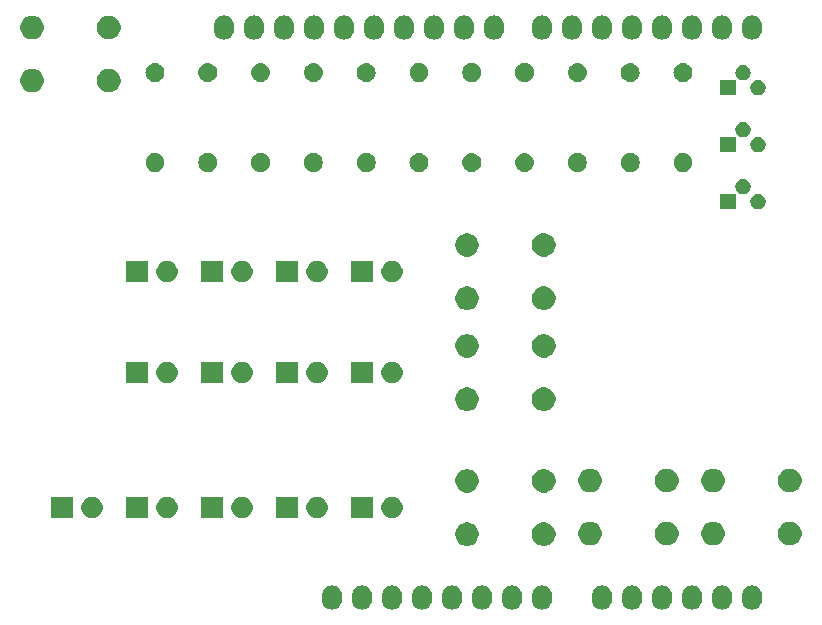
<source format=gbs>
G04 #@! TF.GenerationSoftware,KiCad,Pcbnew,(5.0.0)*
G04 #@! TF.CreationDate,2019-05-20T16:21:45+02:00*
G04 #@! TF.ProjectId,Rechner,526563686E65722E6B696361645F7063,rev?*
G04 #@! TF.SameCoordinates,Original*
G04 #@! TF.FileFunction,Soldermask,Bot*
G04 #@! TF.FilePolarity,Negative*
%FSLAX46Y46*%
G04 Gerber Fmt 4.6, Leading zero omitted, Abs format (unit mm)*
G04 Created by KiCad (PCBNEW (5.0.0)) date 05/20/19 16:21:45*
%MOMM*%
%LPD*%
G01*
G04 APERTURE LIST*
%ADD10C,0.100000*%
G04 APERTURE END LIST*
D10*
G36*
X151807294Y-122821496D02*
X151927726Y-122858029D01*
X151970087Y-122870879D01*
X152120112Y-122951068D01*
X152251612Y-123058988D01*
X152359532Y-123190488D01*
X152439721Y-123340512D01*
X152452571Y-123382873D01*
X152489104Y-123503305D01*
X152501600Y-123630180D01*
X152501600Y-124019819D01*
X152489104Y-124146694D01*
X152452571Y-124267128D01*
X152439721Y-124309488D01*
X152359532Y-124459512D01*
X152251612Y-124591012D01*
X152120112Y-124698932D01*
X151970088Y-124779121D01*
X151927727Y-124791971D01*
X151807295Y-124828504D01*
X151694432Y-124839620D01*
X151638001Y-124845178D01*
X151638000Y-124845178D01*
X151468706Y-124828504D01*
X151348274Y-124791971D01*
X151305913Y-124779121D01*
X151155889Y-124698932D01*
X151065946Y-124625117D01*
X151024388Y-124591012D01*
X150916469Y-124459512D01*
X150916467Y-124459509D01*
X150836279Y-124309488D01*
X150823429Y-124267127D01*
X150786896Y-124146695D01*
X150774400Y-124019820D01*
X150774400Y-123630181D01*
X150786896Y-123503306D01*
X150836278Y-123340517D01*
X150836279Y-123340513D01*
X150916468Y-123190488D01*
X151024388Y-123058988D01*
X151155888Y-122951068D01*
X151305912Y-122870879D01*
X151348273Y-122858029D01*
X151468705Y-122821496D01*
X151581568Y-122810380D01*
X151637999Y-122804822D01*
X151638000Y-122804822D01*
X151807294Y-122821496D01*
X151807294Y-122821496D01*
G37*
G36*
X139107294Y-122821496D02*
X139227726Y-122858029D01*
X139270087Y-122870879D01*
X139420112Y-122951068D01*
X139551612Y-123058988D01*
X139659532Y-123190488D01*
X139739721Y-123340512D01*
X139752571Y-123382873D01*
X139789104Y-123503305D01*
X139801600Y-123630180D01*
X139801600Y-124019819D01*
X139789104Y-124146694D01*
X139752571Y-124267128D01*
X139739721Y-124309488D01*
X139659532Y-124459512D01*
X139551612Y-124591012D01*
X139420112Y-124698932D01*
X139270088Y-124779121D01*
X139227727Y-124791971D01*
X139107295Y-124828504D01*
X138994432Y-124839620D01*
X138938001Y-124845178D01*
X138938000Y-124845178D01*
X138768706Y-124828504D01*
X138648274Y-124791971D01*
X138605913Y-124779121D01*
X138455889Y-124698932D01*
X138365946Y-124625117D01*
X138324388Y-124591012D01*
X138216469Y-124459512D01*
X138216467Y-124459509D01*
X138136279Y-124309488D01*
X138123429Y-124267127D01*
X138086896Y-124146695D01*
X138074400Y-124019820D01*
X138074400Y-123630181D01*
X138086896Y-123503306D01*
X138136278Y-123340517D01*
X138136279Y-123340513D01*
X138216468Y-123190488D01*
X138324388Y-123058988D01*
X138455888Y-122951068D01*
X138605912Y-122870879D01*
X138648273Y-122858029D01*
X138768705Y-122821496D01*
X138881568Y-122810380D01*
X138937999Y-122804822D01*
X138938000Y-122804822D01*
X139107294Y-122821496D01*
X139107294Y-122821496D01*
G37*
G36*
X141647294Y-122821496D02*
X141767726Y-122858029D01*
X141810087Y-122870879D01*
X141960112Y-122951068D01*
X142091612Y-123058988D01*
X142199532Y-123190488D01*
X142279721Y-123340512D01*
X142292571Y-123382873D01*
X142329104Y-123503305D01*
X142341600Y-123630180D01*
X142341600Y-124019819D01*
X142329104Y-124146694D01*
X142292571Y-124267128D01*
X142279721Y-124309488D01*
X142199532Y-124459512D01*
X142091612Y-124591012D01*
X141960112Y-124698932D01*
X141810088Y-124779121D01*
X141767727Y-124791971D01*
X141647295Y-124828504D01*
X141534432Y-124839620D01*
X141478001Y-124845178D01*
X141478000Y-124845178D01*
X141308706Y-124828504D01*
X141188274Y-124791971D01*
X141145913Y-124779121D01*
X140995889Y-124698932D01*
X140905946Y-124625117D01*
X140864388Y-124591012D01*
X140756469Y-124459512D01*
X140756467Y-124459509D01*
X140676279Y-124309488D01*
X140663429Y-124267127D01*
X140626896Y-124146695D01*
X140614400Y-124019820D01*
X140614400Y-123630181D01*
X140626896Y-123503306D01*
X140676278Y-123340517D01*
X140676279Y-123340513D01*
X140756468Y-123190488D01*
X140864388Y-123058988D01*
X140995888Y-122951068D01*
X141145912Y-122870879D01*
X141188273Y-122858029D01*
X141308705Y-122821496D01*
X141421568Y-122810380D01*
X141477999Y-122804822D01*
X141478000Y-122804822D01*
X141647294Y-122821496D01*
X141647294Y-122821496D01*
G37*
G36*
X144187294Y-122821496D02*
X144307726Y-122858029D01*
X144350087Y-122870879D01*
X144500112Y-122951068D01*
X144631612Y-123058988D01*
X144739532Y-123190488D01*
X144819721Y-123340512D01*
X144832571Y-123382873D01*
X144869104Y-123503305D01*
X144881600Y-123630180D01*
X144881600Y-124019819D01*
X144869104Y-124146694D01*
X144832571Y-124267128D01*
X144819721Y-124309488D01*
X144739532Y-124459512D01*
X144631612Y-124591012D01*
X144500112Y-124698932D01*
X144350088Y-124779121D01*
X144307727Y-124791971D01*
X144187295Y-124828504D01*
X144074432Y-124839620D01*
X144018001Y-124845178D01*
X144018000Y-124845178D01*
X143848706Y-124828504D01*
X143728274Y-124791971D01*
X143685913Y-124779121D01*
X143535889Y-124698932D01*
X143445946Y-124625117D01*
X143404388Y-124591012D01*
X143296469Y-124459512D01*
X143296467Y-124459509D01*
X143216279Y-124309488D01*
X143203429Y-124267127D01*
X143166896Y-124146695D01*
X143154400Y-124019820D01*
X143154400Y-123630181D01*
X143166896Y-123503306D01*
X143216278Y-123340517D01*
X143216279Y-123340513D01*
X143296468Y-123190488D01*
X143404388Y-123058988D01*
X143535888Y-122951068D01*
X143685912Y-122870879D01*
X143728273Y-122858029D01*
X143848705Y-122821496D01*
X143961568Y-122810380D01*
X144017999Y-122804822D01*
X144018000Y-122804822D01*
X144187294Y-122821496D01*
X144187294Y-122821496D01*
G37*
G36*
X146727294Y-122821496D02*
X146847726Y-122858029D01*
X146890087Y-122870879D01*
X147040112Y-122951068D01*
X147171612Y-123058988D01*
X147279532Y-123190488D01*
X147359721Y-123340512D01*
X147372571Y-123382873D01*
X147409104Y-123503305D01*
X147421600Y-123630180D01*
X147421600Y-124019819D01*
X147409104Y-124146694D01*
X147372571Y-124267128D01*
X147359721Y-124309488D01*
X147279532Y-124459512D01*
X147171612Y-124591012D01*
X147040112Y-124698932D01*
X146890088Y-124779121D01*
X146847727Y-124791971D01*
X146727295Y-124828504D01*
X146614432Y-124839620D01*
X146558001Y-124845178D01*
X146558000Y-124845178D01*
X146388706Y-124828504D01*
X146268274Y-124791971D01*
X146225913Y-124779121D01*
X146075889Y-124698932D01*
X145985946Y-124625117D01*
X145944388Y-124591012D01*
X145836469Y-124459512D01*
X145836467Y-124459509D01*
X145756279Y-124309488D01*
X145743429Y-124267127D01*
X145706896Y-124146695D01*
X145694400Y-124019820D01*
X145694400Y-123630181D01*
X145706896Y-123503306D01*
X145756278Y-123340517D01*
X145756279Y-123340513D01*
X145836468Y-123190488D01*
X145944388Y-123058988D01*
X146075888Y-122951068D01*
X146225912Y-122870879D01*
X146268273Y-122858029D01*
X146388705Y-122821496D01*
X146501568Y-122810380D01*
X146557999Y-122804822D01*
X146558000Y-122804822D01*
X146727294Y-122821496D01*
X146727294Y-122821496D01*
G37*
G36*
X149267294Y-122821496D02*
X149387726Y-122858029D01*
X149430087Y-122870879D01*
X149580112Y-122951068D01*
X149711612Y-123058988D01*
X149819532Y-123190488D01*
X149899721Y-123340512D01*
X149912571Y-123382873D01*
X149949104Y-123503305D01*
X149961600Y-123630180D01*
X149961600Y-124019819D01*
X149949104Y-124146694D01*
X149912571Y-124267128D01*
X149899721Y-124309488D01*
X149819532Y-124459512D01*
X149711612Y-124591012D01*
X149580112Y-124698932D01*
X149430088Y-124779121D01*
X149387727Y-124791971D01*
X149267295Y-124828504D01*
X149154432Y-124839620D01*
X149098001Y-124845178D01*
X149098000Y-124845178D01*
X148928706Y-124828504D01*
X148808274Y-124791971D01*
X148765913Y-124779121D01*
X148615889Y-124698932D01*
X148525946Y-124625117D01*
X148484388Y-124591012D01*
X148376469Y-124459512D01*
X148376467Y-124459509D01*
X148296279Y-124309488D01*
X148283429Y-124267127D01*
X148246896Y-124146695D01*
X148234400Y-124019820D01*
X148234400Y-123630181D01*
X148246896Y-123503306D01*
X148296278Y-123340517D01*
X148296279Y-123340513D01*
X148376468Y-123190488D01*
X148484388Y-123058988D01*
X148615888Y-122951068D01*
X148765912Y-122870879D01*
X148808273Y-122858029D01*
X148928705Y-122821496D01*
X149041568Y-122810380D01*
X149097999Y-122804822D01*
X149098000Y-122804822D01*
X149267294Y-122821496D01*
X149267294Y-122821496D01*
G37*
G36*
X174667294Y-122821496D02*
X174787726Y-122858029D01*
X174830087Y-122870879D01*
X174980112Y-122951068D01*
X175111612Y-123058988D01*
X175219532Y-123190488D01*
X175299721Y-123340512D01*
X175312571Y-123382873D01*
X175349104Y-123503305D01*
X175361600Y-123630180D01*
X175361600Y-124019819D01*
X175349104Y-124146694D01*
X175312571Y-124267128D01*
X175299721Y-124309488D01*
X175219532Y-124459512D01*
X175111612Y-124591012D01*
X174980112Y-124698932D01*
X174830088Y-124779121D01*
X174787727Y-124791971D01*
X174667295Y-124828504D01*
X174554432Y-124839620D01*
X174498001Y-124845178D01*
X174498000Y-124845178D01*
X174328706Y-124828504D01*
X174208274Y-124791971D01*
X174165913Y-124779121D01*
X174015889Y-124698932D01*
X173925946Y-124625117D01*
X173884388Y-124591012D01*
X173776469Y-124459512D01*
X173776467Y-124459509D01*
X173696279Y-124309488D01*
X173683429Y-124267127D01*
X173646896Y-124146695D01*
X173634400Y-124019820D01*
X173634400Y-123630181D01*
X173646896Y-123503306D01*
X173696278Y-123340517D01*
X173696279Y-123340513D01*
X173776468Y-123190488D01*
X173884388Y-123058988D01*
X174015888Y-122951068D01*
X174165912Y-122870879D01*
X174208273Y-122858029D01*
X174328705Y-122821496D01*
X174441568Y-122810380D01*
X174497999Y-122804822D01*
X174498000Y-122804822D01*
X174667294Y-122821496D01*
X174667294Y-122821496D01*
G37*
G36*
X172127294Y-122821496D02*
X172247726Y-122858029D01*
X172290087Y-122870879D01*
X172440112Y-122951068D01*
X172571612Y-123058988D01*
X172679532Y-123190488D01*
X172759721Y-123340512D01*
X172772571Y-123382873D01*
X172809104Y-123503305D01*
X172821600Y-123630180D01*
X172821600Y-124019819D01*
X172809104Y-124146694D01*
X172772571Y-124267128D01*
X172759721Y-124309488D01*
X172679532Y-124459512D01*
X172571612Y-124591012D01*
X172440112Y-124698932D01*
X172290088Y-124779121D01*
X172247727Y-124791971D01*
X172127295Y-124828504D01*
X172014432Y-124839620D01*
X171958001Y-124845178D01*
X171958000Y-124845178D01*
X171788706Y-124828504D01*
X171668274Y-124791971D01*
X171625913Y-124779121D01*
X171475889Y-124698932D01*
X171385946Y-124625117D01*
X171344388Y-124591012D01*
X171236469Y-124459512D01*
X171236467Y-124459509D01*
X171156279Y-124309488D01*
X171143429Y-124267127D01*
X171106896Y-124146695D01*
X171094400Y-124019820D01*
X171094400Y-123630181D01*
X171106896Y-123503306D01*
X171156278Y-123340517D01*
X171156279Y-123340513D01*
X171236468Y-123190488D01*
X171344388Y-123058988D01*
X171475888Y-122951068D01*
X171625912Y-122870879D01*
X171668273Y-122858029D01*
X171788705Y-122821496D01*
X171901568Y-122810380D01*
X171957999Y-122804822D01*
X171958000Y-122804822D01*
X172127294Y-122821496D01*
X172127294Y-122821496D01*
G37*
G36*
X167047294Y-122821496D02*
X167167726Y-122858029D01*
X167210087Y-122870879D01*
X167360112Y-122951068D01*
X167491612Y-123058988D01*
X167599532Y-123190488D01*
X167679721Y-123340512D01*
X167692571Y-123382873D01*
X167729104Y-123503305D01*
X167741600Y-123630180D01*
X167741600Y-124019819D01*
X167729104Y-124146694D01*
X167692571Y-124267128D01*
X167679721Y-124309488D01*
X167599532Y-124459512D01*
X167491612Y-124591012D01*
X167360112Y-124698932D01*
X167210088Y-124779121D01*
X167167727Y-124791971D01*
X167047295Y-124828504D01*
X166934432Y-124839620D01*
X166878001Y-124845178D01*
X166878000Y-124845178D01*
X166708706Y-124828504D01*
X166588274Y-124791971D01*
X166545913Y-124779121D01*
X166395889Y-124698932D01*
X166305946Y-124625117D01*
X166264388Y-124591012D01*
X166156469Y-124459512D01*
X166156467Y-124459509D01*
X166076279Y-124309488D01*
X166063429Y-124267127D01*
X166026896Y-124146695D01*
X166014400Y-124019820D01*
X166014400Y-123630181D01*
X166026896Y-123503306D01*
X166076278Y-123340517D01*
X166076279Y-123340513D01*
X166156468Y-123190488D01*
X166264388Y-123058988D01*
X166395888Y-122951068D01*
X166545912Y-122870879D01*
X166588273Y-122858029D01*
X166708705Y-122821496D01*
X166821568Y-122810380D01*
X166877999Y-122804822D01*
X166878000Y-122804822D01*
X167047294Y-122821496D01*
X167047294Y-122821496D01*
G37*
G36*
X164507294Y-122821496D02*
X164627726Y-122858029D01*
X164670087Y-122870879D01*
X164820112Y-122951068D01*
X164951612Y-123058988D01*
X165059532Y-123190488D01*
X165139721Y-123340512D01*
X165152571Y-123382873D01*
X165189104Y-123503305D01*
X165201600Y-123630180D01*
X165201600Y-124019819D01*
X165189104Y-124146694D01*
X165152571Y-124267128D01*
X165139721Y-124309488D01*
X165059532Y-124459512D01*
X164951612Y-124591012D01*
X164820112Y-124698932D01*
X164670088Y-124779121D01*
X164627727Y-124791971D01*
X164507295Y-124828504D01*
X164394432Y-124839620D01*
X164338001Y-124845178D01*
X164338000Y-124845178D01*
X164168706Y-124828504D01*
X164048274Y-124791971D01*
X164005913Y-124779121D01*
X163855889Y-124698932D01*
X163765946Y-124625117D01*
X163724388Y-124591012D01*
X163616469Y-124459512D01*
X163616467Y-124459509D01*
X163536279Y-124309488D01*
X163523429Y-124267127D01*
X163486896Y-124146695D01*
X163474400Y-124019820D01*
X163474400Y-123630181D01*
X163486896Y-123503306D01*
X163536278Y-123340517D01*
X163536279Y-123340513D01*
X163616468Y-123190488D01*
X163724388Y-123058988D01*
X163855888Y-122951068D01*
X164005912Y-122870879D01*
X164048273Y-122858029D01*
X164168705Y-122821496D01*
X164281568Y-122810380D01*
X164337999Y-122804822D01*
X164338000Y-122804822D01*
X164507294Y-122821496D01*
X164507294Y-122821496D01*
G37*
G36*
X161967294Y-122821496D02*
X162087726Y-122858029D01*
X162130087Y-122870879D01*
X162280112Y-122951068D01*
X162411612Y-123058988D01*
X162519532Y-123190488D01*
X162599721Y-123340512D01*
X162612571Y-123382873D01*
X162649104Y-123503305D01*
X162661600Y-123630180D01*
X162661600Y-124019819D01*
X162649104Y-124146694D01*
X162612571Y-124267128D01*
X162599721Y-124309488D01*
X162519532Y-124459512D01*
X162411612Y-124591012D01*
X162280112Y-124698932D01*
X162130088Y-124779121D01*
X162087727Y-124791971D01*
X161967295Y-124828504D01*
X161854432Y-124839620D01*
X161798001Y-124845178D01*
X161798000Y-124845178D01*
X161628706Y-124828504D01*
X161508274Y-124791971D01*
X161465913Y-124779121D01*
X161315889Y-124698932D01*
X161225946Y-124625117D01*
X161184388Y-124591012D01*
X161076469Y-124459512D01*
X161076467Y-124459509D01*
X160996279Y-124309488D01*
X160983429Y-124267127D01*
X160946896Y-124146695D01*
X160934400Y-124019820D01*
X160934400Y-123630181D01*
X160946896Y-123503306D01*
X160996278Y-123340517D01*
X160996279Y-123340513D01*
X161076468Y-123190488D01*
X161184388Y-123058988D01*
X161315888Y-122951068D01*
X161465912Y-122870879D01*
X161508273Y-122858029D01*
X161628705Y-122821496D01*
X161741568Y-122810380D01*
X161797999Y-122804822D01*
X161798000Y-122804822D01*
X161967294Y-122821496D01*
X161967294Y-122821496D01*
G37*
G36*
X156887294Y-122821496D02*
X157007726Y-122858029D01*
X157050087Y-122870879D01*
X157200112Y-122951068D01*
X157331612Y-123058988D01*
X157439532Y-123190488D01*
X157519721Y-123340512D01*
X157532571Y-123382873D01*
X157569104Y-123503305D01*
X157581600Y-123630180D01*
X157581600Y-124019819D01*
X157569104Y-124146694D01*
X157532571Y-124267128D01*
X157519721Y-124309488D01*
X157439532Y-124459512D01*
X157331612Y-124591012D01*
X157200112Y-124698932D01*
X157050088Y-124779121D01*
X157007727Y-124791971D01*
X156887295Y-124828504D01*
X156774432Y-124839620D01*
X156718001Y-124845178D01*
X156718000Y-124845178D01*
X156548706Y-124828504D01*
X156428274Y-124791971D01*
X156385913Y-124779121D01*
X156235889Y-124698932D01*
X156145946Y-124625117D01*
X156104388Y-124591012D01*
X155996469Y-124459512D01*
X155996467Y-124459509D01*
X155916279Y-124309488D01*
X155903429Y-124267127D01*
X155866896Y-124146695D01*
X155854400Y-124019820D01*
X155854400Y-123630181D01*
X155866896Y-123503306D01*
X155916278Y-123340517D01*
X155916279Y-123340513D01*
X155996468Y-123190488D01*
X156104388Y-123058988D01*
X156235888Y-122951068D01*
X156385912Y-122870879D01*
X156428273Y-122858029D01*
X156548705Y-122821496D01*
X156661568Y-122810380D01*
X156717999Y-122804822D01*
X156718000Y-122804822D01*
X156887294Y-122821496D01*
X156887294Y-122821496D01*
G37*
G36*
X154347294Y-122821496D02*
X154467726Y-122858029D01*
X154510087Y-122870879D01*
X154660112Y-122951068D01*
X154791612Y-123058988D01*
X154899532Y-123190488D01*
X154979721Y-123340512D01*
X154992571Y-123382873D01*
X155029104Y-123503305D01*
X155041600Y-123630180D01*
X155041600Y-124019819D01*
X155029104Y-124146694D01*
X154992571Y-124267128D01*
X154979721Y-124309488D01*
X154899532Y-124459512D01*
X154791612Y-124591012D01*
X154660112Y-124698932D01*
X154510088Y-124779121D01*
X154467727Y-124791971D01*
X154347295Y-124828504D01*
X154234432Y-124839620D01*
X154178001Y-124845178D01*
X154178000Y-124845178D01*
X154008706Y-124828504D01*
X153888274Y-124791971D01*
X153845913Y-124779121D01*
X153695889Y-124698932D01*
X153605946Y-124625117D01*
X153564388Y-124591012D01*
X153456469Y-124459512D01*
X153456467Y-124459509D01*
X153376279Y-124309488D01*
X153363429Y-124267127D01*
X153326896Y-124146695D01*
X153314400Y-124019820D01*
X153314400Y-123630181D01*
X153326896Y-123503306D01*
X153376278Y-123340517D01*
X153376279Y-123340513D01*
X153456468Y-123190488D01*
X153564388Y-123058988D01*
X153695888Y-122951068D01*
X153845912Y-122870879D01*
X153888273Y-122858029D01*
X154008705Y-122821496D01*
X154121568Y-122810380D01*
X154177999Y-122804822D01*
X154178000Y-122804822D01*
X154347294Y-122821496D01*
X154347294Y-122821496D01*
G37*
G36*
X169587294Y-122821496D02*
X169707726Y-122858029D01*
X169750087Y-122870879D01*
X169900112Y-122951068D01*
X170031612Y-123058988D01*
X170139532Y-123190488D01*
X170219721Y-123340512D01*
X170232571Y-123382873D01*
X170269104Y-123503305D01*
X170281600Y-123630180D01*
X170281600Y-124019819D01*
X170269104Y-124146694D01*
X170232571Y-124267128D01*
X170219721Y-124309488D01*
X170139532Y-124459512D01*
X170031612Y-124591012D01*
X169900112Y-124698932D01*
X169750088Y-124779121D01*
X169707727Y-124791971D01*
X169587295Y-124828504D01*
X169474432Y-124839620D01*
X169418001Y-124845178D01*
X169418000Y-124845178D01*
X169248706Y-124828504D01*
X169128274Y-124791971D01*
X169085913Y-124779121D01*
X168935889Y-124698932D01*
X168845946Y-124625117D01*
X168804388Y-124591012D01*
X168696469Y-124459512D01*
X168696467Y-124459509D01*
X168616279Y-124309488D01*
X168603429Y-124267127D01*
X168566896Y-124146695D01*
X168554400Y-124019820D01*
X168554400Y-123630181D01*
X168566896Y-123503306D01*
X168616278Y-123340517D01*
X168616279Y-123340513D01*
X168696468Y-123190488D01*
X168804388Y-123058988D01*
X168935888Y-122951068D01*
X169085912Y-122870879D01*
X169128273Y-122858029D01*
X169248705Y-122821496D01*
X169361568Y-122810380D01*
X169417999Y-122804822D01*
X169418000Y-122804822D01*
X169587294Y-122821496D01*
X169587294Y-122821496D01*
G37*
G36*
X157043770Y-117470372D02*
X157159689Y-117493429D01*
X157341678Y-117568811D01*
X157505463Y-117678249D01*
X157644751Y-117817537D01*
X157754189Y-117981322D01*
X157829571Y-118163311D01*
X157868000Y-118356509D01*
X157868000Y-118553491D01*
X157829571Y-118746689D01*
X157754189Y-118928678D01*
X157644751Y-119092463D01*
X157505463Y-119231751D01*
X157341678Y-119341189D01*
X157159689Y-119416571D01*
X157043770Y-119439628D01*
X156966493Y-119455000D01*
X156769507Y-119455000D01*
X156692230Y-119439628D01*
X156576311Y-119416571D01*
X156394322Y-119341189D01*
X156230537Y-119231751D01*
X156091249Y-119092463D01*
X155981811Y-118928678D01*
X155906429Y-118746689D01*
X155868000Y-118553491D01*
X155868000Y-118356509D01*
X155906429Y-118163311D01*
X155981811Y-117981322D01*
X156091249Y-117817537D01*
X156230537Y-117678249D01*
X156394322Y-117568811D01*
X156576311Y-117493429D01*
X156692230Y-117470372D01*
X156769507Y-117455000D01*
X156966493Y-117455000D01*
X157043770Y-117470372D01*
X157043770Y-117470372D01*
G37*
G36*
X150543770Y-117470372D02*
X150659689Y-117493429D01*
X150841678Y-117568811D01*
X151005463Y-117678249D01*
X151144751Y-117817537D01*
X151254189Y-117981322D01*
X151329571Y-118163311D01*
X151368000Y-118356509D01*
X151368000Y-118553491D01*
X151329571Y-118746689D01*
X151254189Y-118928678D01*
X151144751Y-119092463D01*
X151005463Y-119231751D01*
X150841678Y-119341189D01*
X150659689Y-119416571D01*
X150543770Y-119439628D01*
X150466493Y-119455000D01*
X150269507Y-119455000D01*
X150192230Y-119439628D01*
X150076311Y-119416571D01*
X149894322Y-119341189D01*
X149730537Y-119231751D01*
X149591249Y-119092463D01*
X149481811Y-118928678D01*
X149406429Y-118746689D01*
X149368000Y-118553491D01*
X149368000Y-118356509D01*
X149406429Y-118163311D01*
X149481811Y-117981322D01*
X149591249Y-117817537D01*
X149730537Y-117678249D01*
X149894322Y-117568811D01*
X150076311Y-117493429D01*
X150192230Y-117470372D01*
X150269507Y-117455000D01*
X150466493Y-117455000D01*
X150543770Y-117470372D01*
X150543770Y-117470372D01*
G37*
G36*
X160957770Y-117434372D02*
X161073689Y-117457429D01*
X161255678Y-117532811D01*
X161419463Y-117642249D01*
X161558751Y-117781537D01*
X161668189Y-117945322D01*
X161743571Y-118127311D01*
X161782000Y-118320509D01*
X161782000Y-118517491D01*
X161743571Y-118710689D01*
X161668189Y-118892678D01*
X161558751Y-119056463D01*
X161419463Y-119195751D01*
X161255678Y-119305189D01*
X161073689Y-119380571D01*
X160957770Y-119403628D01*
X160880493Y-119419000D01*
X160683507Y-119419000D01*
X160606230Y-119403628D01*
X160490311Y-119380571D01*
X160308322Y-119305189D01*
X160144537Y-119195751D01*
X160005249Y-119056463D01*
X159895811Y-118892678D01*
X159820429Y-118710689D01*
X159782000Y-118517491D01*
X159782000Y-118320509D01*
X159820429Y-118127311D01*
X159895811Y-117945322D01*
X160005249Y-117781537D01*
X160144537Y-117642249D01*
X160308322Y-117532811D01*
X160490311Y-117457429D01*
X160606230Y-117434372D01*
X160683507Y-117419000D01*
X160880493Y-117419000D01*
X160957770Y-117434372D01*
X160957770Y-117434372D01*
G37*
G36*
X177871770Y-117434372D02*
X177987689Y-117457429D01*
X178169678Y-117532811D01*
X178333463Y-117642249D01*
X178472751Y-117781537D01*
X178582189Y-117945322D01*
X178657571Y-118127311D01*
X178696000Y-118320509D01*
X178696000Y-118517491D01*
X178657571Y-118710689D01*
X178582189Y-118892678D01*
X178472751Y-119056463D01*
X178333463Y-119195751D01*
X178169678Y-119305189D01*
X177987689Y-119380571D01*
X177871770Y-119403628D01*
X177794493Y-119419000D01*
X177597507Y-119419000D01*
X177520230Y-119403628D01*
X177404311Y-119380571D01*
X177222322Y-119305189D01*
X177058537Y-119195751D01*
X176919249Y-119056463D01*
X176809811Y-118892678D01*
X176734429Y-118710689D01*
X176696000Y-118517491D01*
X176696000Y-118320509D01*
X176734429Y-118127311D01*
X176809811Y-117945322D01*
X176919249Y-117781537D01*
X177058537Y-117642249D01*
X177222322Y-117532811D01*
X177404311Y-117457429D01*
X177520230Y-117434372D01*
X177597507Y-117419000D01*
X177794493Y-117419000D01*
X177871770Y-117434372D01*
X177871770Y-117434372D01*
G37*
G36*
X171371770Y-117434372D02*
X171487689Y-117457429D01*
X171669678Y-117532811D01*
X171833463Y-117642249D01*
X171972751Y-117781537D01*
X172082189Y-117945322D01*
X172157571Y-118127311D01*
X172196000Y-118320509D01*
X172196000Y-118517491D01*
X172157571Y-118710689D01*
X172082189Y-118892678D01*
X171972751Y-119056463D01*
X171833463Y-119195751D01*
X171669678Y-119305189D01*
X171487689Y-119380571D01*
X171371770Y-119403628D01*
X171294493Y-119419000D01*
X171097507Y-119419000D01*
X171020230Y-119403628D01*
X170904311Y-119380571D01*
X170722322Y-119305189D01*
X170558537Y-119195751D01*
X170419249Y-119056463D01*
X170309811Y-118892678D01*
X170234429Y-118710689D01*
X170196000Y-118517491D01*
X170196000Y-118320509D01*
X170234429Y-118127311D01*
X170309811Y-117945322D01*
X170419249Y-117781537D01*
X170558537Y-117642249D01*
X170722322Y-117532811D01*
X170904311Y-117457429D01*
X171020230Y-117434372D01*
X171097507Y-117419000D01*
X171294493Y-117419000D01*
X171371770Y-117434372D01*
X171371770Y-117434372D01*
G37*
G36*
X167457770Y-117434372D02*
X167573689Y-117457429D01*
X167755678Y-117532811D01*
X167919463Y-117642249D01*
X168058751Y-117781537D01*
X168168189Y-117945322D01*
X168243571Y-118127311D01*
X168282000Y-118320509D01*
X168282000Y-118517491D01*
X168243571Y-118710689D01*
X168168189Y-118892678D01*
X168058751Y-119056463D01*
X167919463Y-119195751D01*
X167755678Y-119305189D01*
X167573689Y-119380571D01*
X167457770Y-119403628D01*
X167380493Y-119419000D01*
X167183507Y-119419000D01*
X167106230Y-119403628D01*
X166990311Y-119380571D01*
X166808322Y-119305189D01*
X166644537Y-119195751D01*
X166505249Y-119056463D01*
X166395811Y-118892678D01*
X166320429Y-118710689D01*
X166282000Y-118517491D01*
X166282000Y-118320509D01*
X166320429Y-118127311D01*
X166395811Y-117945322D01*
X166505249Y-117781537D01*
X166644537Y-117642249D01*
X166808322Y-117532811D01*
X166990311Y-117457429D01*
X167106230Y-117434372D01*
X167183507Y-117419000D01*
X167380493Y-117419000D01*
X167457770Y-117434372D01*
X167457770Y-117434372D01*
G37*
G36*
X137930521Y-115339586D02*
X138094309Y-115407429D01*
X138241720Y-115505926D01*
X138367074Y-115631280D01*
X138465571Y-115778691D01*
X138533414Y-115942479D01*
X138568000Y-116116356D01*
X138568000Y-116293644D01*
X138533414Y-116467521D01*
X138465571Y-116631309D01*
X138367074Y-116778720D01*
X138241720Y-116904074D01*
X138094309Y-117002571D01*
X137930521Y-117070414D01*
X137756644Y-117105000D01*
X137579356Y-117105000D01*
X137405479Y-117070414D01*
X137241691Y-117002571D01*
X137094280Y-116904074D01*
X136968926Y-116778720D01*
X136870429Y-116631309D01*
X136802586Y-116467521D01*
X136768000Y-116293644D01*
X136768000Y-116116356D01*
X136802586Y-115942479D01*
X136870429Y-115778691D01*
X136968926Y-115631280D01*
X137094280Y-115505926D01*
X137241691Y-115407429D01*
X137405479Y-115339586D01*
X137579356Y-115305000D01*
X137756644Y-115305000D01*
X137930521Y-115339586D01*
X137930521Y-115339586D01*
G37*
G36*
X144280521Y-115339586D02*
X144444309Y-115407429D01*
X144591720Y-115505926D01*
X144717074Y-115631280D01*
X144815571Y-115778691D01*
X144883414Y-115942479D01*
X144918000Y-116116356D01*
X144918000Y-116293644D01*
X144883414Y-116467521D01*
X144815571Y-116631309D01*
X144717074Y-116778720D01*
X144591720Y-116904074D01*
X144444309Y-117002571D01*
X144280521Y-117070414D01*
X144106644Y-117105000D01*
X143929356Y-117105000D01*
X143755479Y-117070414D01*
X143591691Y-117002571D01*
X143444280Y-116904074D01*
X143318926Y-116778720D01*
X143220429Y-116631309D01*
X143152586Y-116467521D01*
X143118000Y-116293644D01*
X143118000Y-116116356D01*
X143152586Y-115942479D01*
X143220429Y-115778691D01*
X143318926Y-115631280D01*
X143444280Y-115505926D01*
X143591691Y-115407429D01*
X143755479Y-115339586D01*
X143929356Y-115305000D01*
X144106644Y-115305000D01*
X144280521Y-115339586D01*
X144280521Y-115339586D01*
G37*
G36*
X142378000Y-117105000D02*
X140578000Y-117105000D01*
X140578000Y-115305000D01*
X142378000Y-115305000D01*
X142378000Y-117105000D01*
X142378000Y-117105000D01*
G37*
G36*
X136028000Y-117105000D02*
X134228000Y-117105000D01*
X134228000Y-115305000D01*
X136028000Y-115305000D01*
X136028000Y-117105000D01*
X136028000Y-117105000D01*
G37*
G36*
X131580521Y-115339586D02*
X131744309Y-115407429D01*
X131891720Y-115505926D01*
X132017074Y-115631280D01*
X132115571Y-115778691D01*
X132183414Y-115942479D01*
X132218000Y-116116356D01*
X132218000Y-116293644D01*
X132183414Y-116467521D01*
X132115571Y-116631309D01*
X132017074Y-116778720D01*
X131891720Y-116904074D01*
X131744309Y-117002571D01*
X131580521Y-117070414D01*
X131406644Y-117105000D01*
X131229356Y-117105000D01*
X131055479Y-117070414D01*
X130891691Y-117002571D01*
X130744280Y-116904074D01*
X130618926Y-116778720D01*
X130520429Y-116631309D01*
X130452586Y-116467521D01*
X130418000Y-116293644D01*
X130418000Y-116116356D01*
X130452586Y-115942479D01*
X130520429Y-115778691D01*
X130618926Y-115631280D01*
X130744280Y-115505926D01*
X130891691Y-115407429D01*
X131055479Y-115339586D01*
X131229356Y-115305000D01*
X131406644Y-115305000D01*
X131580521Y-115339586D01*
X131580521Y-115339586D01*
G37*
G36*
X125230521Y-115339586D02*
X125394309Y-115407429D01*
X125541720Y-115505926D01*
X125667074Y-115631280D01*
X125765571Y-115778691D01*
X125833414Y-115942479D01*
X125868000Y-116116356D01*
X125868000Y-116293644D01*
X125833414Y-116467521D01*
X125765571Y-116631309D01*
X125667074Y-116778720D01*
X125541720Y-116904074D01*
X125394309Y-117002571D01*
X125230521Y-117070414D01*
X125056644Y-117105000D01*
X124879356Y-117105000D01*
X124705479Y-117070414D01*
X124541691Y-117002571D01*
X124394280Y-116904074D01*
X124268926Y-116778720D01*
X124170429Y-116631309D01*
X124102586Y-116467521D01*
X124068000Y-116293644D01*
X124068000Y-116116356D01*
X124102586Y-115942479D01*
X124170429Y-115778691D01*
X124268926Y-115631280D01*
X124394280Y-115505926D01*
X124541691Y-115407429D01*
X124705479Y-115339586D01*
X124879356Y-115305000D01*
X125056644Y-115305000D01*
X125230521Y-115339586D01*
X125230521Y-115339586D01*
G37*
G36*
X118880521Y-115339586D02*
X119044309Y-115407429D01*
X119191720Y-115505926D01*
X119317074Y-115631280D01*
X119415571Y-115778691D01*
X119483414Y-115942479D01*
X119518000Y-116116356D01*
X119518000Y-116293644D01*
X119483414Y-116467521D01*
X119415571Y-116631309D01*
X119317074Y-116778720D01*
X119191720Y-116904074D01*
X119044309Y-117002571D01*
X118880521Y-117070414D01*
X118706644Y-117105000D01*
X118529356Y-117105000D01*
X118355479Y-117070414D01*
X118191691Y-117002571D01*
X118044280Y-116904074D01*
X117918926Y-116778720D01*
X117820429Y-116631309D01*
X117752586Y-116467521D01*
X117718000Y-116293644D01*
X117718000Y-116116356D01*
X117752586Y-115942479D01*
X117820429Y-115778691D01*
X117918926Y-115631280D01*
X118044280Y-115505926D01*
X118191691Y-115407429D01*
X118355479Y-115339586D01*
X118529356Y-115305000D01*
X118706644Y-115305000D01*
X118880521Y-115339586D01*
X118880521Y-115339586D01*
G37*
G36*
X116978000Y-117105000D02*
X115178000Y-117105000D01*
X115178000Y-115305000D01*
X116978000Y-115305000D01*
X116978000Y-117105000D01*
X116978000Y-117105000D01*
G37*
G36*
X123328000Y-117105000D02*
X121528000Y-117105000D01*
X121528000Y-115305000D01*
X123328000Y-115305000D01*
X123328000Y-117105000D01*
X123328000Y-117105000D01*
G37*
G36*
X129678000Y-117105000D02*
X127878000Y-117105000D01*
X127878000Y-115305000D01*
X129678000Y-115305000D01*
X129678000Y-117105000D01*
X129678000Y-117105000D01*
G37*
G36*
X157043770Y-112970372D02*
X157159689Y-112993429D01*
X157341678Y-113068811D01*
X157505463Y-113178249D01*
X157644751Y-113317537D01*
X157754189Y-113481322D01*
X157829571Y-113663311D01*
X157868000Y-113856509D01*
X157868000Y-114053491D01*
X157829571Y-114246689D01*
X157754189Y-114428678D01*
X157644751Y-114592463D01*
X157505463Y-114731751D01*
X157341678Y-114841189D01*
X157159689Y-114916571D01*
X157043770Y-114939628D01*
X156966493Y-114955000D01*
X156769507Y-114955000D01*
X156692230Y-114939628D01*
X156576311Y-114916571D01*
X156394322Y-114841189D01*
X156230537Y-114731751D01*
X156091249Y-114592463D01*
X155981811Y-114428678D01*
X155906429Y-114246689D01*
X155868000Y-114053491D01*
X155868000Y-113856509D01*
X155906429Y-113663311D01*
X155981811Y-113481322D01*
X156091249Y-113317537D01*
X156230537Y-113178249D01*
X156394322Y-113068811D01*
X156576311Y-112993429D01*
X156692230Y-112970372D01*
X156769507Y-112955000D01*
X156966493Y-112955000D01*
X157043770Y-112970372D01*
X157043770Y-112970372D01*
G37*
G36*
X150543770Y-112970372D02*
X150659689Y-112993429D01*
X150841678Y-113068811D01*
X151005463Y-113178249D01*
X151144751Y-113317537D01*
X151254189Y-113481322D01*
X151329571Y-113663311D01*
X151368000Y-113856509D01*
X151368000Y-114053491D01*
X151329571Y-114246689D01*
X151254189Y-114428678D01*
X151144751Y-114592463D01*
X151005463Y-114731751D01*
X150841678Y-114841189D01*
X150659689Y-114916571D01*
X150543770Y-114939628D01*
X150466493Y-114955000D01*
X150269507Y-114955000D01*
X150192230Y-114939628D01*
X150076311Y-114916571D01*
X149894322Y-114841189D01*
X149730537Y-114731751D01*
X149591249Y-114592463D01*
X149481811Y-114428678D01*
X149406429Y-114246689D01*
X149368000Y-114053491D01*
X149368000Y-113856509D01*
X149406429Y-113663311D01*
X149481811Y-113481322D01*
X149591249Y-113317537D01*
X149730537Y-113178249D01*
X149894322Y-113068811D01*
X150076311Y-112993429D01*
X150192230Y-112970372D01*
X150269507Y-112955000D01*
X150466493Y-112955000D01*
X150543770Y-112970372D01*
X150543770Y-112970372D01*
G37*
G36*
X160957770Y-112934372D02*
X161073689Y-112957429D01*
X161255678Y-113032811D01*
X161419463Y-113142249D01*
X161558751Y-113281537D01*
X161668189Y-113445322D01*
X161743571Y-113627311D01*
X161782000Y-113820509D01*
X161782000Y-114017491D01*
X161743571Y-114210689D01*
X161668189Y-114392678D01*
X161558751Y-114556463D01*
X161419463Y-114695751D01*
X161255678Y-114805189D01*
X161073689Y-114880571D01*
X160957770Y-114903628D01*
X160880493Y-114919000D01*
X160683507Y-114919000D01*
X160606230Y-114903628D01*
X160490311Y-114880571D01*
X160308322Y-114805189D01*
X160144537Y-114695751D01*
X160005249Y-114556463D01*
X159895811Y-114392678D01*
X159820429Y-114210689D01*
X159782000Y-114017491D01*
X159782000Y-113820509D01*
X159820429Y-113627311D01*
X159895811Y-113445322D01*
X160005249Y-113281537D01*
X160144537Y-113142249D01*
X160308322Y-113032811D01*
X160490311Y-112957429D01*
X160606230Y-112934372D01*
X160683507Y-112919000D01*
X160880493Y-112919000D01*
X160957770Y-112934372D01*
X160957770Y-112934372D01*
G37*
G36*
X171371770Y-112934372D02*
X171487689Y-112957429D01*
X171669678Y-113032811D01*
X171833463Y-113142249D01*
X171972751Y-113281537D01*
X172082189Y-113445322D01*
X172157571Y-113627311D01*
X172196000Y-113820509D01*
X172196000Y-114017491D01*
X172157571Y-114210689D01*
X172082189Y-114392678D01*
X171972751Y-114556463D01*
X171833463Y-114695751D01*
X171669678Y-114805189D01*
X171487689Y-114880571D01*
X171371770Y-114903628D01*
X171294493Y-114919000D01*
X171097507Y-114919000D01*
X171020230Y-114903628D01*
X170904311Y-114880571D01*
X170722322Y-114805189D01*
X170558537Y-114695751D01*
X170419249Y-114556463D01*
X170309811Y-114392678D01*
X170234429Y-114210689D01*
X170196000Y-114017491D01*
X170196000Y-113820509D01*
X170234429Y-113627311D01*
X170309811Y-113445322D01*
X170419249Y-113281537D01*
X170558537Y-113142249D01*
X170722322Y-113032811D01*
X170904311Y-112957429D01*
X171020230Y-112934372D01*
X171097507Y-112919000D01*
X171294493Y-112919000D01*
X171371770Y-112934372D01*
X171371770Y-112934372D01*
G37*
G36*
X177871770Y-112934372D02*
X177987689Y-112957429D01*
X178169678Y-113032811D01*
X178333463Y-113142249D01*
X178472751Y-113281537D01*
X178582189Y-113445322D01*
X178657571Y-113627311D01*
X178696000Y-113820509D01*
X178696000Y-114017491D01*
X178657571Y-114210689D01*
X178582189Y-114392678D01*
X178472751Y-114556463D01*
X178333463Y-114695751D01*
X178169678Y-114805189D01*
X177987689Y-114880571D01*
X177871770Y-114903628D01*
X177794493Y-114919000D01*
X177597507Y-114919000D01*
X177520230Y-114903628D01*
X177404311Y-114880571D01*
X177222322Y-114805189D01*
X177058537Y-114695751D01*
X176919249Y-114556463D01*
X176809811Y-114392678D01*
X176734429Y-114210689D01*
X176696000Y-114017491D01*
X176696000Y-113820509D01*
X176734429Y-113627311D01*
X176809811Y-113445322D01*
X176919249Y-113281537D01*
X177058537Y-113142249D01*
X177222322Y-113032811D01*
X177404311Y-112957429D01*
X177520230Y-112934372D01*
X177597507Y-112919000D01*
X177794493Y-112919000D01*
X177871770Y-112934372D01*
X177871770Y-112934372D01*
G37*
G36*
X167457770Y-112934372D02*
X167573689Y-112957429D01*
X167755678Y-113032811D01*
X167919463Y-113142249D01*
X168058751Y-113281537D01*
X168168189Y-113445322D01*
X168243571Y-113627311D01*
X168282000Y-113820509D01*
X168282000Y-114017491D01*
X168243571Y-114210689D01*
X168168189Y-114392678D01*
X168058751Y-114556463D01*
X167919463Y-114695751D01*
X167755678Y-114805189D01*
X167573689Y-114880571D01*
X167457770Y-114903628D01*
X167380493Y-114919000D01*
X167183507Y-114919000D01*
X167106230Y-114903628D01*
X166990311Y-114880571D01*
X166808322Y-114805189D01*
X166644537Y-114695751D01*
X166505249Y-114556463D01*
X166395811Y-114392678D01*
X166320429Y-114210689D01*
X166282000Y-114017491D01*
X166282000Y-113820509D01*
X166320429Y-113627311D01*
X166395811Y-113445322D01*
X166505249Y-113281537D01*
X166644537Y-113142249D01*
X166808322Y-113032811D01*
X166990311Y-112957429D01*
X167106230Y-112934372D01*
X167183507Y-112919000D01*
X167380493Y-112919000D01*
X167457770Y-112934372D01*
X167457770Y-112934372D01*
G37*
G36*
X150543770Y-106040372D02*
X150659689Y-106063429D01*
X150841678Y-106138811D01*
X151005463Y-106248249D01*
X151144751Y-106387537D01*
X151254189Y-106551322D01*
X151329571Y-106733311D01*
X151368000Y-106926509D01*
X151368000Y-107123491D01*
X151329571Y-107316689D01*
X151254189Y-107498678D01*
X151144751Y-107662463D01*
X151005463Y-107801751D01*
X150841678Y-107911189D01*
X150659689Y-107986571D01*
X150543770Y-108009628D01*
X150466493Y-108025000D01*
X150269507Y-108025000D01*
X150192230Y-108009628D01*
X150076311Y-107986571D01*
X149894322Y-107911189D01*
X149730537Y-107801751D01*
X149591249Y-107662463D01*
X149481811Y-107498678D01*
X149406429Y-107316689D01*
X149368000Y-107123491D01*
X149368000Y-106926509D01*
X149406429Y-106733311D01*
X149481811Y-106551322D01*
X149591249Y-106387537D01*
X149730537Y-106248249D01*
X149894322Y-106138811D01*
X150076311Y-106063429D01*
X150192230Y-106040372D01*
X150269507Y-106025000D01*
X150466493Y-106025000D01*
X150543770Y-106040372D01*
X150543770Y-106040372D01*
G37*
G36*
X157043770Y-106040372D02*
X157159689Y-106063429D01*
X157341678Y-106138811D01*
X157505463Y-106248249D01*
X157644751Y-106387537D01*
X157754189Y-106551322D01*
X157829571Y-106733311D01*
X157868000Y-106926509D01*
X157868000Y-107123491D01*
X157829571Y-107316689D01*
X157754189Y-107498678D01*
X157644751Y-107662463D01*
X157505463Y-107801751D01*
X157341678Y-107911189D01*
X157159689Y-107986571D01*
X157043770Y-108009628D01*
X156966493Y-108025000D01*
X156769507Y-108025000D01*
X156692230Y-108009628D01*
X156576311Y-107986571D01*
X156394322Y-107911189D01*
X156230537Y-107801751D01*
X156091249Y-107662463D01*
X155981811Y-107498678D01*
X155906429Y-107316689D01*
X155868000Y-107123491D01*
X155868000Y-106926509D01*
X155906429Y-106733311D01*
X155981811Y-106551322D01*
X156091249Y-106387537D01*
X156230537Y-106248249D01*
X156394322Y-106138811D01*
X156576311Y-106063429D01*
X156692230Y-106040372D01*
X156769507Y-106025000D01*
X156966493Y-106025000D01*
X157043770Y-106040372D01*
X157043770Y-106040372D01*
G37*
G36*
X125230521Y-103909586D02*
X125394309Y-103977429D01*
X125541720Y-104075926D01*
X125667074Y-104201280D01*
X125765571Y-104348691D01*
X125833414Y-104512479D01*
X125868000Y-104686356D01*
X125868000Y-104863644D01*
X125833414Y-105037521D01*
X125765571Y-105201309D01*
X125667074Y-105348720D01*
X125541720Y-105474074D01*
X125394309Y-105572571D01*
X125230521Y-105640414D01*
X125056644Y-105675000D01*
X124879356Y-105675000D01*
X124705479Y-105640414D01*
X124541691Y-105572571D01*
X124394280Y-105474074D01*
X124268926Y-105348720D01*
X124170429Y-105201309D01*
X124102586Y-105037521D01*
X124068000Y-104863644D01*
X124068000Y-104686356D01*
X124102586Y-104512479D01*
X124170429Y-104348691D01*
X124268926Y-104201280D01*
X124394280Y-104075926D01*
X124541691Y-103977429D01*
X124705479Y-103909586D01*
X124879356Y-103875000D01*
X125056644Y-103875000D01*
X125230521Y-103909586D01*
X125230521Y-103909586D01*
G37*
G36*
X142378000Y-105675000D02*
X140578000Y-105675000D01*
X140578000Y-103875000D01*
X142378000Y-103875000D01*
X142378000Y-105675000D01*
X142378000Y-105675000D01*
G37*
G36*
X144280521Y-103909586D02*
X144444309Y-103977429D01*
X144591720Y-104075926D01*
X144717074Y-104201280D01*
X144815571Y-104348691D01*
X144883414Y-104512479D01*
X144918000Y-104686356D01*
X144918000Y-104863644D01*
X144883414Y-105037521D01*
X144815571Y-105201309D01*
X144717074Y-105348720D01*
X144591720Y-105474074D01*
X144444309Y-105572571D01*
X144280521Y-105640414D01*
X144106644Y-105675000D01*
X143929356Y-105675000D01*
X143755479Y-105640414D01*
X143591691Y-105572571D01*
X143444280Y-105474074D01*
X143318926Y-105348720D01*
X143220429Y-105201309D01*
X143152586Y-105037521D01*
X143118000Y-104863644D01*
X143118000Y-104686356D01*
X143152586Y-104512479D01*
X143220429Y-104348691D01*
X143318926Y-104201280D01*
X143444280Y-104075926D01*
X143591691Y-103977429D01*
X143755479Y-103909586D01*
X143929356Y-103875000D01*
X144106644Y-103875000D01*
X144280521Y-103909586D01*
X144280521Y-103909586D01*
G37*
G36*
X137930521Y-103909586D02*
X138094309Y-103977429D01*
X138241720Y-104075926D01*
X138367074Y-104201280D01*
X138465571Y-104348691D01*
X138533414Y-104512479D01*
X138568000Y-104686356D01*
X138568000Y-104863644D01*
X138533414Y-105037521D01*
X138465571Y-105201309D01*
X138367074Y-105348720D01*
X138241720Y-105474074D01*
X138094309Y-105572571D01*
X137930521Y-105640414D01*
X137756644Y-105675000D01*
X137579356Y-105675000D01*
X137405479Y-105640414D01*
X137241691Y-105572571D01*
X137094280Y-105474074D01*
X136968926Y-105348720D01*
X136870429Y-105201309D01*
X136802586Y-105037521D01*
X136768000Y-104863644D01*
X136768000Y-104686356D01*
X136802586Y-104512479D01*
X136870429Y-104348691D01*
X136968926Y-104201280D01*
X137094280Y-104075926D01*
X137241691Y-103977429D01*
X137405479Y-103909586D01*
X137579356Y-103875000D01*
X137756644Y-103875000D01*
X137930521Y-103909586D01*
X137930521Y-103909586D01*
G37*
G36*
X136028000Y-105675000D02*
X134228000Y-105675000D01*
X134228000Y-103875000D01*
X136028000Y-103875000D01*
X136028000Y-105675000D01*
X136028000Y-105675000D01*
G37*
G36*
X129678000Y-105675000D02*
X127878000Y-105675000D01*
X127878000Y-103875000D01*
X129678000Y-103875000D01*
X129678000Y-105675000D01*
X129678000Y-105675000D01*
G37*
G36*
X131580521Y-103909586D02*
X131744309Y-103977429D01*
X131891720Y-104075926D01*
X132017074Y-104201280D01*
X132115571Y-104348691D01*
X132183414Y-104512479D01*
X132218000Y-104686356D01*
X132218000Y-104863644D01*
X132183414Y-105037521D01*
X132115571Y-105201309D01*
X132017074Y-105348720D01*
X131891720Y-105474074D01*
X131744309Y-105572571D01*
X131580521Y-105640414D01*
X131406644Y-105675000D01*
X131229356Y-105675000D01*
X131055479Y-105640414D01*
X130891691Y-105572571D01*
X130744280Y-105474074D01*
X130618926Y-105348720D01*
X130520429Y-105201309D01*
X130452586Y-105037521D01*
X130418000Y-104863644D01*
X130418000Y-104686356D01*
X130452586Y-104512479D01*
X130520429Y-104348691D01*
X130618926Y-104201280D01*
X130744280Y-104075926D01*
X130891691Y-103977429D01*
X131055479Y-103909586D01*
X131229356Y-103875000D01*
X131406644Y-103875000D01*
X131580521Y-103909586D01*
X131580521Y-103909586D01*
G37*
G36*
X123328000Y-105675000D02*
X121528000Y-105675000D01*
X121528000Y-103875000D01*
X123328000Y-103875000D01*
X123328000Y-105675000D01*
X123328000Y-105675000D01*
G37*
G36*
X150543770Y-101540372D02*
X150659689Y-101563429D01*
X150841678Y-101638811D01*
X151005463Y-101748249D01*
X151144751Y-101887537D01*
X151254189Y-102051322D01*
X151329571Y-102233311D01*
X151368000Y-102426509D01*
X151368000Y-102623491D01*
X151329571Y-102816689D01*
X151254189Y-102998678D01*
X151144751Y-103162463D01*
X151005463Y-103301751D01*
X150841678Y-103411189D01*
X150659689Y-103486571D01*
X150543770Y-103509628D01*
X150466493Y-103525000D01*
X150269507Y-103525000D01*
X150192230Y-103509628D01*
X150076311Y-103486571D01*
X149894322Y-103411189D01*
X149730537Y-103301751D01*
X149591249Y-103162463D01*
X149481811Y-102998678D01*
X149406429Y-102816689D01*
X149368000Y-102623491D01*
X149368000Y-102426509D01*
X149406429Y-102233311D01*
X149481811Y-102051322D01*
X149591249Y-101887537D01*
X149730537Y-101748249D01*
X149894322Y-101638811D01*
X150076311Y-101563429D01*
X150192230Y-101540372D01*
X150269507Y-101525000D01*
X150466493Y-101525000D01*
X150543770Y-101540372D01*
X150543770Y-101540372D01*
G37*
G36*
X157043770Y-101540372D02*
X157159689Y-101563429D01*
X157341678Y-101638811D01*
X157505463Y-101748249D01*
X157644751Y-101887537D01*
X157754189Y-102051322D01*
X157829571Y-102233311D01*
X157868000Y-102426509D01*
X157868000Y-102623491D01*
X157829571Y-102816689D01*
X157754189Y-102998678D01*
X157644751Y-103162463D01*
X157505463Y-103301751D01*
X157341678Y-103411189D01*
X157159689Y-103486571D01*
X157043770Y-103509628D01*
X156966493Y-103525000D01*
X156769507Y-103525000D01*
X156692230Y-103509628D01*
X156576311Y-103486571D01*
X156394322Y-103411189D01*
X156230537Y-103301751D01*
X156091249Y-103162463D01*
X155981811Y-102998678D01*
X155906429Y-102816689D01*
X155868000Y-102623491D01*
X155868000Y-102426509D01*
X155906429Y-102233311D01*
X155981811Y-102051322D01*
X156091249Y-101887537D01*
X156230537Y-101748249D01*
X156394322Y-101638811D01*
X156576311Y-101563429D01*
X156692230Y-101540372D01*
X156769507Y-101525000D01*
X156966493Y-101525000D01*
X157043770Y-101540372D01*
X157043770Y-101540372D01*
G37*
G36*
X150543770Y-97495372D02*
X150659689Y-97518429D01*
X150841678Y-97593811D01*
X151005463Y-97703249D01*
X151144751Y-97842537D01*
X151254189Y-98006322D01*
X151329571Y-98188311D01*
X151368000Y-98381509D01*
X151368000Y-98578491D01*
X151329571Y-98771689D01*
X151254189Y-98953678D01*
X151144751Y-99117463D01*
X151005463Y-99256751D01*
X150841678Y-99366189D01*
X150659689Y-99441571D01*
X150543770Y-99464628D01*
X150466493Y-99480000D01*
X150269507Y-99480000D01*
X150192230Y-99464628D01*
X150076311Y-99441571D01*
X149894322Y-99366189D01*
X149730537Y-99256751D01*
X149591249Y-99117463D01*
X149481811Y-98953678D01*
X149406429Y-98771689D01*
X149368000Y-98578491D01*
X149368000Y-98381509D01*
X149406429Y-98188311D01*
X149481811Y-98006322D01*
X149591249Y-97842537D01*
X149730537Y-97703249D01*
X149894322Y-97593811D01*
X150076311Y-97518429D01*
X150192230Y-97495372D01*
X150269507Y-97480000D01*
X150466493Y-97480000D01*
X150543770Y-97495372D01*
X150543770Y-97495372D01*
G37*
G36*
X157043770Y-97495372D02*
X157159689Y-97518429D01*
X157341678Y-97593811D01*
X157505463Y-97703249D01*
X157644751Y-97842537D01*
X157754189Y-98006322D01*
X157829571Y-98188311D01*
X157868000Y-98381509D01*
X157868000Y-98578491D01*
X157829571Y-98771689D01*
X157754189Y-98953678D01*
X157644751Y-99117463D01*
X157505463Y-99256751D01*
X157341678Y-99366189D01*
X157159689Y-99441571D01*
X157043770Y-99464628D01*
X156966493Y-99480000D01*
X156769507Y-99480000D01*
X156692230Y-99464628D01*
X156576311Y-99441571D01*
X156394322Y-99366189D01*
X156230537Y-99256751D01*
X156091249Y-99117463D01*
X155981811Y-98953678D01*
X155906429Y-98771689D01*
X155868000Y-98578491D01*
X155868000Y-98381509D01*
X155906429Y-98188311D01*
X155981811Y-98006322D01*
X156091249Y-97842537D01*
X156230537Y-97703249D01*
X156394322Y-97593811D01*
X156576311Y-97518429D01*
X156692230Y-97495372D01*
X156769507Y-97480000D01*
X156966493Y-97480000D01*
X157043770Y-97495372D01*
X157043770Y-97495372D01*
G37*
G36*
X142378000Y-97130000D02*
X140578000Y-97130000D01*
X140578000Y-95330000D01*
X142378000Y-95330000D01*
X142378000Y-97130000D01*
X142378000Y-97130000D01*
G37*
G36*
X125230521Y-95364586D02*
X125394309Y-95432429D01*
X125541720Y-95530926D01*
X125667074Y-95656280D01*
X125765571Y-95803691D01*
X125833414Y-95967479D01*
X125868000Y-96141356D01*
X125868000Y-96318644D01*
X125833414Y-96492521D01*
X125765571Y-96656309D01*
X125667074Y-96803720D01*
X125541720Y-96929074D01*
X125394309Y-97027571D01*
X125230521Y-97095414D01*
X125056644Y-97130000D01*
X124879356Y-97130000D01*
X124705479Y-97095414D01*
X124541691Y-97027571D01*
X124394280Y-96929074D01*
X124268926Y-96803720D01*
X124170429Y-96656309D01*
X124102586Y-96492521D01*
X124068000Y-96318644D01*
X124068000Y-96141356D01*
X124102586Y-95967479D01*
X124170429Y-95803691D01*
X124268926Y-95656280D01*
X124394280Y-95530926D01*
X124541691Y-95432429D01*
X124705479Y-95364586D01*
X124879356Y-95330000D01*
X125056644Y-95330000D01*
X125230521Y-95364586D01*
X125230521Y-95364586D01*
G37*
G36*
X131580521Y-95364586D02*
X131744309Y-95432429D01*
X131891720Y-95530926D01*
X132017074Y-95656280D01*
X132115571Y-95803691D01*
X132183414Y-95967479D01*
X132218000Y-96141356D01*
X132218000Y-96318644D01*
X132183414Y-96492521D01*
X132115571Y-96656309D01*
X132017074Y-96803720D01*
X131891720Y-96929074D01*
X131744309Y-97027571D01*
X131580521Y-97095414D01*
X131406644Y-97130000D01*
X131229356Y-97130000D01*
X131055479Y-97095414D01*
X130891691Y-97027571D01*
X130744280Y-96929074D01*
X130618926Y-96803720D01*
X130520429Y-96656309D01*
X130452586Y-96492521D01*
X130418000Y-96318644D01*
X130418000Y-96141356D01*
X130452586Y-95967479D01*
X130520429Y-95803691D01*
X130618926Y-95656280D01*
X130744280Y-95530926D01*
X130891691Y-95432429D01*
X131055479Y-95364586D01*
X131229356Y-95330000D01*
X131406644Y-95330000D01*
X131580521Y-95364586D01*
X131580521Y-95364586D01*
G37*
G36*
X129678000Y-97130000D02*
X127878000Y-97130000D01*
X127878000Y-95330000D01*
X129678000Y-95330000D01*
X129678000Y-97130000D01*
X129678000Y-97130000D01*
G37*
G36*
X137930521Y-95364586D02*
X138094309Y-95432429D01*
X138241720Y-95530926D01*
X138367074Y-95656280D01*
X138465571Y-95803691D01*
X138533414Y-95967479D01*
X138568000Y-96141356D01*
X138568000Y-96318644D01*
X138533414Y-96492521D01*
X138465571Y-96656309D01*
X138367074Y-96803720D01*
X138241720Y-96929074D01*
X138094309Y-97027571D01*
X137930521Y-97095414D01*
X137756644Y-97130000D01*
X137579356Y-97130000D01*
X137405479Y-97095414D01*
X137241691Y-97027571D01*
X137094280Y-96929074D01*
X136968926Y-96803720D01*
X136870429Y-96656309D01*
X136802586Y-96492521D01*
X136768000Y-96318644D01*
X136768000Y-96141356D01*
X136802586Y-95967479D01*
X136870429Y-95803691D01*
X136968926Y-95656280D01*
X137094280Y-95530926D01*
X137241691Y-95432429D01*
X137405479Y-95364586D01*
X137579356Y-95330000D01*
X137756644Y-95330000D01*
X137930521Y-95364586D01*
X137930521Y-95364586D01*
G37*
G36*
X144280521Y-95364586D02*
X144444309Y-95432429D01*
X144591720Y-95530926D01*
X144717074Y-95656280D01*
X144815571Y-95803691D01*
X144883414Y-95967479D01*
X144918000Y-96141356D01*
X144918000Y-96318644D01*
X144883414Y-96492521D01*
X144815571Y-96656309D01*
X144717074Y-96803720D01*
X144591720Y-96929074D01*
X144444309Y-97027571D01*
X144280521Y-97095414D01*
X144106644Y-97130000D01*
X143929356Y-97130000D01*
X143755479Y-97095414D01*
X143591691Y-97027571D01*
X143444280Y-96929074D01*
X143318926Y-96803720D01*
X143220429Y-96656309D01*
X143152586Y-96492521D01*
X143118000Y-96318644D01*
X143118000Y-96141356D01*
X143152586Y-95967479D01*
X143220429Y-95803691D01*
X143318926Y-95656280D01*
X143444280Y-95530926D01*
X143591691Y-95432429D01*
X143755479Y-95364586D01*
X143929356Y-95330000D01*
X144106644Y-95330000D01*
X144280521Y-95364586D01*
X144280521Y-95364586D01*
G37*
G36*
X123328000Y-97130000D02*
X121528000Y-97130000D01*
X121528000Y-95330000D01*
X123328000Y-95330000D01*
X123328000Y-97130000D01*
X123328000Y-97130000D01*
G37*
G36*
X136028000Y-97130000D02*
X134228000Y-97130000D01*
X134228000Y-95330000D01*
X136028000Y-95330000D01*
X136028000Y-97130000D01*
X136028000Y-97130000D01*
G37*
G36*
X150543770Y-92995372D02*
X150659689Y-93018429D01*
X150841678Y-93093811D01*
X151005463Y-93203249D01*
X151144751Y-93342537D01*
X151254189Y-93506322D01*
X151329571Y-93688311D01*
X151368000Y-93881509D01*
X151368000Y-94078491D01*
X151329571Y-94271689D01*
X151254189Y-94453678D01*
X151144751Y-94617463D01*
X151005463Y-94756751D01*
X150841678Y-94866189D01*
X150659689Y-94941571D01*
X150543770Y-94964628D01*
X150466493Y-94980000D01*
X150269507Y-94980000D01*
X150192230Y-94964628D01*
X150076311Y-94941571D01*
X149894322Y-94866189D01*
X149730537Y-94756751D01*
X149591249Y-94617463D01*
X149481811Y-94453678D01*
X149406429Y-94271689D01*
X149368000Y-94078491D01*
X149368000Y-93881509D01*
X149406429Y-93688311D01*
X149481811Y-93506322D01*
X149591249Y-93342537D01*
X149730537Y-93203249D01*
X149894322Y-93093811D01*
X150076311Y-93018429D01*
X150192230Y-92995372D01*
X150269507Y-92980000D01*
X150466493Y-92980000D01*
X150543770Y-92995372D01*
X150543770Y-92995372D01*
G37*
G36*
X157043770Y-92995372D02*
X157159689Y-93018429D01*
X157341678Y-93093811D01*
X157505463Y-93203249D01*
X157644751Y-93342537D01*
X157754189Y-93506322D01*
X157829571Y-93688311D01*
X157868000Y-93881509D01*
X157868000Y-94078491D01*
X157829571Y-94271689D01*
X157754189Y-94453678D01*
X157644751Y-94617463D01*
X157505463Y-94756751D01*
X157341678Y-94866189D01*
X157159689Y-94941571D01*
X157043770Y-94964628D01*
X156966493Y-94980000D01*
X156769507Y-94980000D01*
X156692230Y-94964628D01*
X156576311Y-94941571D01*
X156394322Y-94866189D01*
X156230537Y-94756751D01*
X156091249Y-94617463D01*
X155981811Y-94453678D01*
X155906429Y-94271689D01*
X155868000Y-94078491D01*
X155868000Y-93881509D01*
X155906429Y-93688311D01*
X155981811Y-93506322D01*
X156091249Y-93342537D01*
X156230537Y-93203249D01*
X156394322Y-93093811D01*
X156576311Y-93018429D01*
X156692230Y-92995372D01*
X156769507Y-92980000D01*
X156966493Y-92980000D01*
X157043770Y-92995372D01*
X157043770Y-92995372D01*
G37*
G36*
X175153738Y-89663653D02*
X175195598Y-89671979D01*
X175230245Y-89686330D01*
X175313890Y-89720977D01*
X175420354Y-89792114D01*
X175510886Y-89882646D01*
X175582023Y-89989110D01*
X175631021Y-90107403D01*
X175656000Y-90232979D01*
X175656000Y-90361021D01*
X175631021Y-90486597D01*
X175582023Y-90604890D01*
X175510886Y-90711354D01*
X175420354Y-90801886D01*
X175313890Y-90873023D01*
X175230245Y-90907670D01*
X175195598Y-90922021D01*
X175153738Y-90930347D01*
X175070021Y-90947000D01*
X174941979Y-90947000D01*
X174858262Y-90930347D01*
X174816402Y-90922021D01*
X174781755Y-90907670D01*
X174698110Y-90873023D01*
X174591646Y-90801886D01*
X174501114Y-90711354D01*
X174429977Y-90604890D01*
X174380979Y-90486597D01*
X174356000Y-90361021D01*
X174356000Y-90232979D01*
X174380979Y-90107403D01*
X174429977Y-89989110D01*
X174501114Y-89882646D01*
X174591646Y-89792114D01*
X174698110Y-89720977D01*
X174781755Y-89686330D01*
X174816402Y-89671979D01*
X174858262Y-89663653D01*
X174941979Y-89647000D01*
X175070021Y-89647000D01*
X175153738Y-89663653D01*
X175153738Y-89663653D01*
G37*
G36*
X173116000Y-90947000D02*
X171816000Y-90947000D01*
X171816000Y-89647000D01*
X173116000Y-89647000D01*
X173116000Y-90947000D01*
X173116000Y-90947000D01*
G37*
G36*
X173883738Y-88393653D02*
X173925598Y-88401979D01*
X173960245Y-88416330D01*
X174043890Y-88450977D01*
X174150354Y-88522114D01*
X174240886Y-88612646D01*
X174312023Y-88719110D01*
X174361021Y-88837403D01*
X174386000Y-88962979D01*
X174386000Y-89091021D01*
X174361021Y-89216597D01*
X174312023Y-89334890D01*
X174240886Y-89441354D01*
X174150354Y-89531886D01*
X174043890Y-89603023D01*
X173960245Y-89637670D01*
X173925598Y-89652021D01*
X173883738Y-89660347D01*
X173800021Y-89677000D01*
X173671979Y-89677000D01*
X173588262Y-89660347D01*
X173546402Y-89652021D01*
X173511755Y-89637670D01*
X173428110Y-89603023D01*
X173312547Y-89525807D01*
X173310446Y-89524082D01*
X173288835Y-89512531D01*
X173265386Y-89505418D01*
X173258282Y-89504718D01*
X173257582Y-89497614D01*
X173250469Y-89474165D01*
X173238918Y-89452554D01*
X173237193Y-89450453D01*
X173159977Y-89334890D01*
X173110979Y-89216597D01*
X173086000Y-89091021D01*
X173086000Y-88962979D01*
X173110979Y-88837403D01*
X173159977Y-88719110D01*
X173231114Y-88612646D01*
X173321646Y-88522114D01*
X173428110Y-88450977D01*
X173511755Y-88416330D01*
X173546402Y-88401979D01*
X173588262Y-88393653D01*
X173671979Y-88377000D01*
X173800021Y-88377000D01*
X173883738Y-88393653D01*
X173883738Y-88393653D01*
G37*
G36*
X124185352Y-86225743D02*
X124330941Y-86286048D01*
X124461973Y-86373601D01*
X124573399Y-86485027D01*
X124660952Y-86616059D01*
X124721257Y-86761648D01*
X124752000Y-86916205D01*
X124752000Y-87073795D01*
X124721257Y-87228352D01*
X124660952Y-87373941D01*
X124573399Y-87504973D01*
X124461973Y-87616399D01*
X124330941Y-87703952D01*
X124185352Y-87764257D01*
X124030795Y-87795000D01*
X123873205Y-87795000D01*
X123718648Y-87764257D01*
X123573059Y-87703952D01*
X123442027Y-87616399D01*
X123330601Y-87504973D01*
X123243048Y-87373941D01*
X123182743Y-87228352D01*
X123152000Y-87073795D01*
X123152000Y-86916205D01*
X123182743Y-86761648D01*
X123243048Y-86616059D01*
X123330601Y-86485027D01*
X123442027Y-86373601D01*
X123573059Y-86286048D01*
X123718648Y-86225743D01*
X123873205Y-86195000D01*
X124030795Y-86195000D01*
X124185352Y-86225743D01*
X124185352Y-86225743D01*
G37*
G36*
X155362449Y-86202717D02*
X155401627Y-86206576D01*
X155464812Y-86225743D01*
X155552429Y-86252321D01*
X155691408Y-86326608D01*
X155813222Y-86426578D01*
X155913192Y-86548392D01*
X155987479Y-86687371D01*
X156033224Y-86838174D01*
X156048670Y-86995000D01*
X156033224Y-87151826D01*
X155987479Y-87302629D01*
X155913192Y-87441608D01*
X155813222Y-87563422D01*
X155691408Y-87663392D01*
X155552429Y-87737679D01*
X155477028Y-87760551D01*
X155401627Y-87783424D01*
X155362449Y-87787283D01*
X155284095Y-87795000D01*
X155205505Y-87795000D01*
X155127151Y-87787283D01*
X155087973Y-87783424D01*
X155012572Y-87760551D01*
X154937171Y-87737679D01*
X154798192Y-87663392D01*
X154676378Y-87563422D01*
X154576408Y-87441608D01*
X154502121Y-87302629D01*
X154456376Y-87151826D01*
X154440930Y-86995000D01*
X154456376Y-86838174D01*
X154502121Y-86687371D01*
X154576408Y-86548392D01*
X154676378Y-86426578D01*
X154798192Y-86326608D01*
X154937171Y-86252321D01*
X155024788Y-86225743D01*
X155087973Y-86206576D01*
X155127151Y-86202717D01*
X155205505Y-86195000D01*
X155284095Y-86195000D01*
X155362449Y-86202717D01*
X155362449Y-86202717D01*
G37*
G36*
X150892049Y-86202717D02*
X150931227Y-86206576D01*
X150994412Y-86225743D01*
X151082029Y-86252321D01*
X151221008Y-86326608D01*
X151342822Y-86426578D01*
X151442792Y-86548392D01*
X151517079Y-86687371D01*
X151562824Y-86838174D01*
X151578270Y-86995000D01*
X151562824Y-87151826D01*
X151517079Y-87302629D01*
X151442792Y-87441608D01*
X151342822Y-87563422D01*
X151221008Y-87663392D01*
X151082029Y-87737679D01*
X151006628Y-87760551D01*
X150931227Y-87783424D01*
X150892049Y-87787283D01*
X150813695Y-87795000D01*
X150735105Y-87795000D01*
X150656751Y-87787283D01*
X150617573Y-87783424D01*
X150542172Y-87760551D01*
X150466771Y-87737679D01*
X150327792Y-87663392D01*
X150205978Y-87563422D01*
X150106008Y-87441608D01*
X150031721Y-87302629D01*
X149985976Y-87151826D01*
X149970530Y-86995000D01*
X149985976Y-86838174D01*
X150031721Y-86687371D01*
X150106008Y-86548392D01*
X150205978Y-86426578D01*
X150327792Y-86326608D01*
X150466771Y-86252321D01*
X150554388Y-86225743D01*
X150617573Y-86206576D01*
X150656751Y-86202717D01*
X150735105Y-86195000D01*
X150813695Y-86195000D01*
X150892049Y-86202717D01*
X150892049Y-86202717D01*
G37*
G36*
X168889352Y-86225743D02*
X169034941Y-86286048D01*
X169165973Y-86373601D01*
X169277399Y-86485027D01*
X169364952Y-86616059D01*
X169425257Y-86761648D01*
X169456000Y-86916205D01*
X169456000Y-87073795D01*
X169425257Y-87228352D01*
X169364952Y-87373941D01*
X169277399Y-87504973D01*
X169165973Y-87616399D01*
X169034941Y-87703952D01*
X168889352Y-87764257D01*
X168734795Y-87795000D01*
X168577205Y-87795000D01*
X168422648Y-87764257D01*
X168277059Y-87703952D01*
X168146027Y-87616399D01*
X168034601Y-87504973D01*
X167947048Y-87373941D01*
X167886743Y-87228352D01*
X167856000Y-87073795D01*
X167856000Y-86916205D01*
X167886743Y-86761648D01*
X167947048Y-86616059D01*
X168034601Y-86485027D01*
X168146027Y-86373601D01*
X168277059Y-86286048D01*
X168422648Y-86225743D01*
X168577205Y-86195000D01*
X168734795Y-86195000D01*
X168889352Y-86225743D01*
X168889352Y-86225743D01*
G37*
G36*
X128655752Y-86225743D02*
X128801341Y-86286048D01*
X128932373Y-86373601D01*
X129043799Y-86485027D01*
X129131352Y-86616059D01*
X129191657Y-86761648D01*
X129222400Y-86916205D01*
X129222400Y-87073795D01*
X129191657Y-87228352D01*
X129131352Y-87373941D01*
X129043799Y-87504973D01*
X128932373Y-87616399D01*
X128801341Y-87703952D01*
X128655752Y-87764257D01*
X128501195Y-87795000D01*
X128343605Y-87795000D01*
X128189048Y-87764257D01*
X128043459Y-87703952D01*
X127912427Y-87616399D01*
X127801001Y-87504973D01*
X127713448Y-87373941D01*
X127653143Y-87228352D01*
X127622400Y-87073795D01*
X127622400Y-86916205D01*
X127653143Y-86761648D01*
X127713448Y-86616059D01*
X127801001Y-86485027D01*
X127912427Y-86373601D01*
X128043459Y-86286048D01*
X128189048Y-86225743D01*
X128343605Y-86195000D01*
X128501195Y-86195000D01*
X128655752Y-86225743D01*
X128655752Y-86225743D01*
G37*
G36*
X142066952Y-86225743D02*
X142212541Y-86286048D01*
X142343573Y-86373601D01*
X142454999Y-86485027D01*
X142542552Y-86616059D01*
X142602857Y-86761648D01*
X142633600Y-86916205D01*
X142633600Y-87073795D01*
X142602857Y-87228352D01*
X142542552Y-87373941D01*
X142454999Y-87504973D01*
X142343573Y-87616399D01*
X142212541Y-87703952D01*
X142066952Y-87764257D01*
X141912395Y-87795000D01*
X141754805Y-87795000D01*
X141600248Y-87764257D01*
X141454659Y-87703952D01*
X141323627Y-87616399D01*
X141212201Y-87504973D01*
X141124648Y-87373941D01*
X141064343Y-87228352D01*
X141033600Y-87073795D01*
X141033600Y-86916205D01*
X141064343Y-86761648D01*
X141124648Y-86616059D01*
X141212201Y-86485027D01*
X141323627Y-86373601D01*
X141454659Y-86286048D01*
X141600248Y-86225743D01*
X141754805Y-86195000D01*
X141912395Y-86195000D01*
X142066952Y-86225743D01*
X142066952Y-86225743D01*
G37*
G36*
X164418952Y-86225743D02*
X164564541Y-86286048D01*
X164695573Y-86373601D01*
X164806999Y-86485027D01*
X164894552Y-86616059D01*
X164954857Y-86761648D01*
X164985600Y-86916205D01*
X164985600Y-87073795D01*
X164954857Y-87228352D01*
X164894552Y-87373941D01*
X164806999Y-87504973D01*
X164695573Y-87616399D01*
X164564541Y-87703952D01*
X164418952Y-87764257D01*
X164264395Y-87795000D01*
X164106805Y-87795000D01*
X163952248Y-87764257D01*
X163806659Y-87703952D01*
X163675627Y-87616399D01*
X163564201Y-87504973D01*
X163476648Y-87373941D01*
X163416343Y-87228352D01*
X163385600Y-87073795D01*
X163385600Y-86916205D01*
X163416343Y-86761648D01*
X163476648Y-86616059D01*
X163564201Y-86485027D01*
X163675627Y-86373601D01*
X163806659Y-86286048D01*
X163952248Y-86225743D01*
X164106805Y-86195000D01*
X164264395Y-86195000D01*
X164418952Y-86225743D01*
X164418952Y-86225743D01*
G37*
G36*
X159948552Y-86225743D02*
X160094141Y-86286048D01*
X160225173Y-86373601D01*
X160336599Y-86485027D01*
X160424152Y-86616059D01*
X160484457Y-86761648D01*
X160515200Y-86916205D01*
X160515200Y-87073795D01*
X160484457Y-87228352D01*
X160424152Y-87373941D01*
X160336599Y-87504973D01*
X160225173Y-87616399D01*
X160094141Y-87703952D01*
X159948552Y-87764257D01*
X159793995Y-87795000D01*
X159636405Y-87795000D01*
X159481848Y-87764257D01*
X159336259Y-87703952D01*
X159205227Y-87616399D01*
X159093801Y-87504973D01*
X159006248Y-87373941D01*
X158945943Y-87228352D01*
X158915200Y-87073795D01*
X158915200Y-86916205D01*
X158945943Y-86761648D01*
X159006248Y-86616059D01*
X159093801Y-86485027D01*
X159205227Y-86373601D01*
X159336259Y-86286048D01*
X159481848Y-86225743D01*
X159636405Y-86195000D01*
X159793995Y-86195000D01*
X159948552Y-86225743D01*
X159948552Y-86225743D01*
G37*
G36*
X146421649Y-86202717D02*
X146460827Y-86206576D01*
X146524012Y-86225743D01*
X146611629Y-86252321D01*
X146750608Y-86326608D01*
X146872422Y-86426578D01*
X146972392Y-86548392D01*
X147046679Y-86687371D01*
X147092424Y-86838174D01*
X147107870Y-86995000D01*
X147092424Y-87151826D01*
X147046679Y-87302629D01*
X146972392Y-87441608D01*
X146872422Y-87563422D01*
X146750608Y-87663392D01*
X146611629Y-87737679D01*
X146536228Y-87760551D01*
X146460827Y-87783424D01*
X146421649Y-87787283D01*
X146343295Y-87795000D01*
X146264705Y-87795000D01*
X146186351Y-87787283D01*
X146147173Y-87783424D01*
X146071772Y-87760551D01*
X145996371Y-87737679D01*
X145857392Y-87663392D01*
X145735578Y-87563422D01*
X145635608Y-87441608D01*
X145561321Y-87302629D01*
X145515576Y-87151826D01*
X145500130Y-86995000D01*
X145515576Y-86838174D01*
X145561321Y-86687371D01*
X145635608Y-86548392D01*
X145735578Y-86426578D01*
X145857392Y-86326608D01*
X145996371Y-86252321D01*
X146083988Y-86225743D01*
X146147173Y-86206576D01*
X146186351Y-86202717D01*
X146264705Y-86195000D01*
X146343295Y-86195000D01*
X146421649Y-86202717D01*
X146421649Y-86202717D01*
G37*
G36*
X137596552Y-86225743D02*
X137742141Y-86286048D01*
X137873173Y-86373601D01*
X137984599Y-86485027D01*
X138072152Y-86616059D01*
X138132457Y-86761648D01*
X138163200Y-86916205D01*
X138163200Y-87073795D01*
X138132457Y-87228352D01*
X138072152Y-87373941D01*
X137984599Y-87504973D01*
X137873173Y-87616399D01*
X137742141Y-87703952D01*
X137596552Y-87764257D01*
X137441995Y-87795000D01*
X137284405Y-87795000D01*
X137129848Y-87764257D01*
X136984259Y-87703952D01*
X136853227Y-87616399D01*
X136741801Y-87504973D01*
X136654248Y-87373941D01*
X136593943Y-87228352D01*
X136563200Y-87073795D01*
X136563200Y-86916205D01*
X136593943Y-86761648D01*
X136654248Y-86616059D01*
X136741801Y-86485027D01*
X136853227Y-86373601D01*
X136984259Y-86286048D01*
X137129848Y-86225743D01*
X137284405Y-86195000D01*
X137441995Y-86195000D01*
X137596552Y-86225743D01*
X137596552Y-86225743D01*
G37*
G36*
X133126152Y-86225743D02*
X133271741Y-86286048D01*
X133402773Y-86373601D01*
X133514199Y-86485027D01*
X133601752Y-86616059D01*
X133662057Y-86761648D01*
X133692800Y-86916205D01*
X133692800Y-87073795D01*
X133662057Y-87228352D01*
X133601752Y-87373941D01*
X133514199Y-87504973D01*
X133402773Y-87616399D01*
X133271741Y-87703952D01*
X133126152Y-87764257D01*
X132971595Y-87795000D01*
X132814005Y-87795000D01*
X132659448Y-87764257D01*
X132513859Y-87703952D01*
X132382827Y-87616399D01*
X132271401Y-87504973D01*
X132183848Y-87373941D01*
X132123543Y-87228352D01*
X132092800Y-87073795D01*
X132092800Y-86916205D01*
X132123543Y-86761648D01*
X132183848Y-86616059D01*
X132271401Y-86485027D01*
X132382827Y-86373601D01*
X132513859Y-86286048D01*
X132659448Y-86225743D01*
X132814005Y-86195000D01*
X132971595Y-86195000D01*
X133126152Y-86225743D01*
X133126152Y-86225743D01*
G37*
G36*
X173116000Y-86121000D02*
X171816000Y-86121000D01*
X171816000Y-84821000D01*
X173116000Y-84821000D01*
X173116000Y-86121000D01*
X173116000Y-86121000D01*
G37*
G36*
X175153738Y-84837653D02*
X175195598Y-84845979D01*
X175230245Y-84860330D01*
X175313890Y-84894977D01*
X175420354Y-84966114D01*
X175510886Y-85056646D01*
X175582023Y-85163110D01*
X175631021Y-85281403D01*
X175656000Y-85406979D01*
X175656000Y-85535021D01*
X175631021Y-85660597D01*
X175582023Y-85778890D01*
X175510886Y-85885354D01*
X175420354Y-85975886D01*
X175313890Y-86047023D01*
X175230245Y-86081670D01*
X175195598Y-86096021D01*
X175153738Y-86104347D01*
X175070021Y-86121000D01*
X174941979Y-86121000D01*
X174858262Y-86104347D01*
X174816402Y-86096021D01*
X174781755Y-86081670D01*
X174698110Y-86047023D01*
X174591646Y-85975886D01*
X174501114Y-85885354D01*
X174429977Y-85778890D01*
X174380979Y-85660597D01*
X174356000Y-85535021D01*
X174356000Y-85406979D01*
X174380979Y-85281403D01*
X174429977Y-85163110D01*
X174501114Y-85056646D01*
X174591646Y-84966114D01*
X174698110Y-84894977D01*
X174781755Y-84860330D01*
X174816402Y-84845979D01*
X174858262Y-84837653D01*
X174941979Y-84821000D01*
X175070021Y-84821000D01*
X175153738Y-84837653D01*
X175153738Y-84837653D01*
G37*
G36*
X173883738Y-83567653D02*
X173925598Y-83575979D01*
X173960245Y-83590330D01*
X174043890Y-83624977D01*
X174150354Y-83696114D01*
X174240886Y-83786646D01*
X174312023Y-83893110D01*
X174361021Y-84011403D01*
X174386000Y-84136979D01*
X174386000Y-84265021D01*
X174361021Y-84390597D01*
X174312023Y-84508890D01*
X174240886Y-84615354D01*
X174150354Y-84705886D01*
X174043890Y-84777023D01*
X173960245Y-84811670D01*
X173925598Y-84826021D01*
X173883738Y-84834347D01*
X173800021Y-84851000D01*
X173671979Y-84851000D01*
X173588262Y-84834347D01*
X173546402Y-84826021D01*
X173511755Y-84811670D01*
X173428110Y-84777023D01*
X173312547Y-84699807D01*
X173310446Y-84698082D01*
X173288835Y-84686531D01*
X173265386Y-84679418D01*
X173258282Y-84678718D01*
X173257582Y-84671614D01*
X173250469Y-84648165D01*
X173238918Y-84626554D01*
X173237193Y-84624453D01*
X173159977Y-84508890D01*
X173110979Y-84390597D01*
X173086000Y-84265021D01*
X173086000Y-84136979D01*
X173110979Y-84011403D01*
X173159977Y-83893110D01*
X173231114Y-83786646D01*
X173321646Y-83696114D01*
X173428110Y-83624977D01*
X173511755Y-83590330D01*
X173546402Y-83575979D01*
X173588262Y-83567653D01*
X173671979Y-83551000D01*
X173800021Y-83551000D01*
X173883738Y-83567653D01*
X173883738Y-83567653D01*
G37*
G36*
X173116000Y-81295000D02*
X171816000Y-81295000D01*
X171816000Y-79995000D01*
X173116000Y-79995000D01*
X173116000Y-81295000D01*
X173116000Y-81295000D01*
G37*
G36*
X175153738Y-80011653D02*
X175195598Y-80019979D01*
X175230245Y-80034330D01*
X175313890Y-80068977D01*
X175420354Y-80140114D01*
X175510886Y-80230646D01*
X175582023Y-80337110D01*
X175631021Y-80455403D01*
X175647586Y-80538678D01*
X175656000Y-80580981D01*
X175656000Y-80709019D01*
X175631021Y-80834598D01*
X175628058Y-80841751D01*
X175582023Y-80952890D01*
X175510886Y-81059354D01*
X175420354Y-81149886D01*
X175313890Y-81221023D01*
X175230245Y-81255670D01*
X175195598Y-81270021D01*
X175153738Y-81278347D01*
X175070021Y-81295000D01*
X174941979Y-81295000D01*
X174858262Y-81278347D01*
X174816402Y-81270021D01*
X174781755Y-81255670D01*
X174698110Y-81221023D01*
X174591646Y-81149886D01*
X174501114Y-81059354D01*
X174429977Y-80952890D01*
X174383942Y-80841751D01*
X174380979Y-80834598D01*
X174356000Y-80709019D01*
X174356000Y-80580981D01*
X174364415Y-80538678D01*
X174380979Y-80455403D01*
X174429977Y-80337110D01*
X174501114Y-80230646D01*
X174591646Y-80140114D01*
X174698110Y-80068977D01*
X174781755Y-80034330D01*
X174816402Y-80019979D01*
X174858262Y-80011653D01*
X174941979Y-79995000D01*
X175070021Y-79995000D01*
X175153738Y-80011653D01*
X175153738Y-80011653D01*
G37*
G36*
X120213770Y-79080372D02*
X120329689Y-79103429D01*
X120511678Y-79178811D01*
X120675463Y-79288249D01*
X120814751Y-79427537D01*
X120924189Y-79591322D01*
X120999571Y-79773311D01*
X121019561Y-79873807D01*
X121034920Y-79951022D01*
X121038000Y-79966509D01*
X121038000Y-80163491D01*
X120999571Y-80356689D01*
X120924189Y-80538678D01*
X120814751Y-80702463D01*
X120675463Y-80841751D01*
X120511678Y-80951189D01*
X120329689Y-81026571D01*
X120213770Y-81049628D01*
X120136493Y-81065000D01*
X119939507Y-81065000D01*
X119862230Y-81049628D01*
X119746311Y-81026571D01*
X119564322Y-80951189D01*
X119400537Y-80841751D01*
X119261249Y-80702463D01*
X119151811Y-80538678D01*
X119076429Y-80356689D01*
X119038000Y-80163491D01*
X119038000Y-79966509D01*
X119041081Y-79951022D01*
X119056439Y-79873807D01*
X119076429Y-79773311D01*
X119151811Y-79591322D01*
X119261249Y-79427537D01*
X119400537Y-79288249D01*
X119564322Y-79178811D01*
X119746311Y-79103429D01*
X119862230Y-79080372D01*
X119939507Y-79065000D01*
X120136493Y-79065000D01*
X120213770Y-79080372D01*
X120213770Y-79080372D01*
G37*
G36*
X113713770Y-79080372D02*
X113829689Y-79103429D01*
X114011678Y-79178811D01*
X114175463Y-79288249D01*
X114314751Y-79427537D01*
X114424189Y-79591322D01*
X114499571Y-79773311D01*
X114519561Y-79873807D01*
X114534920Y-79951022D01*
X114538000Y-79966509D01*
X114538000Y-80163491D01*
X114499571Y-80356689D01*
X114424189Y-80538678D01*
X114314751Y-80702463D01*
X114175463Y-80841751D01*
X114011678Y-80951189D01*
X113829689Y-81026571D01*
X113713770Y-81049628D01*
X113636493Y-81065000D01*
X113439507Y-81065000D01*
X113362230Y-81049628D01*
X113246311Y-81026571D01*
X113064322Y-80951189D01*
X112900537Y-80841751D01*
X112761249Y-80702463D01*
X112651811Y-80538678D01*
X112576429Y-80356689D01*
X112538000Y-80163491D01*
X112538000Y-79966509D01*
X112541081Y-79951022D01*
X112556439Y-79873807D01*
X112576429Y-79773311D01*
X112651811Y-79591322D01*
X112761249Y-79427537D01*
X112900537Y-79288249D01*
X113064322Y-79178811D01*
X113246311Y-79103429D01*
X113362230Y-79080372D01*
X113439507Y-79065000D01*
X113636493Y-79065000D01*
X113713770Y-79080372D01*
X113713770Y-79080372D01*
G37*
G36*
X159832849Y-78582717D02*
X159872027Y-78586576D01*
X159935212Y-78605743D01*
X160022829Y-78632321D01*
X160161808Y-78706608D01*
X160283622Y-78806578D01*
X160383592Y-78928392D01*
X160457879Y-79067371D01*
X160457879Y-79067372D01*
X160503624Y-79218173D01*
X160519070Y-79375000D01*
X160512765Y-79439021D01*
X160503624Y-79531826D01*
X160457879Y-79682629D01*
X160383592Y-79821608D01*
X160283622Y-79943422D01*
X160161808Y-80043392D01*
X160022829Y-80117679D01*
X159948876Y-80140112D01*
X159872027Y-80163424D01*
X159832849Y-80167283D01*
X159754495Y-80175000D01*
X159675905Y-80175000D01*
X159597551Y-80167283D01*
X159558373Y-80163424D01*
X159481524Y-80140112D01*
X159407571Y-80117679D01*
X159268592Y-80043392D01*
X159146778Y-79943422D01*
X159046808Y-79821608D01*
X158972521Y-79682629D01*
X158926776Y-79531826D01*
X158917636Y-79439021D01*
X158911330Y-79375000D01*
X158926776Y-79218173D01*
X158972521Y-79067372D01*
X158972521Y-79067371D01*
X159046808Y-78928392D01*
X159146778Y-78806578D01*
X159268592Y-78706608D01*
X159407571Y-78632321D01*
X159495188Y-78605743D01*
X159558373Y-78586576D01*
X159597551Y-78582717D01*
X159675905Y-78575000D01*
X159754495Y-78575000D01*
X159832849Y-78582717D01*
X159832849Y-78582717D01*
G37*
G36*
X141951249Y-78582717D02*
X141990427Y-78586576D01*
X142053612Y-78605743D01*
X142141229Y-78632321D01*
X142280208Y-78706608D01*
X142402022Y-78806578D01*
X142501992Y-78928392D01*
X142576279Y-79067371D01*
X142576279Y-79067372D01*
X142622024Y-79218173D01*
X142637470Y-79375000D01*
X142631165Y-79439021D01*
X142622024Y-79531826D01*
X142576279Y-79682629D01*
X142501992Y-79821608D01*
X142402022Y-79943422D01*
X142280208Y-80043392D01*
X142141229Y-80117679D01*
X142067276Y-80140112D01*
X141990427Y-80163424D01*
X141951249Y-80167283D01*
X141872895Y-80175000D01*
X141794305Y-80175000D01*
X141715951Y-80167283D01*
X141676773Y-80163424D01*
X141599924Y-80140112D01*
X141525971Y-80117679D01*
X141386992Y-80043392D01*
X141265178Y-79943422D01*
X141165208Y-79821608D01*
X141090921Y-79682629D01*
X141045176Y-79531826D01*
X141036036Y-79439021D01*
X141029730Y-79375000D01*
X141045176Y-79218173D01*
X141090921Y-79067372D01*
X141090921Y-79067371D01*
X141165208Y-78928392D01*
X141265178Y-78806578D01*
X141386992Y-78706608D01*
X141525971Y-78632321D01*
X141613588Y-78605743D01*
X141676773Y-78586576D01*
X141715951Y-78582717D01*
X141794305Y-78575000D01*
X141872895Y-78575000D01*
X141951249Y-78582717D01*
X141951249Y-78582717D01*
G37*
G36*
X168773649Y-78582717D02*
X168812827Y-78586576D01*
X168876012Y-78605743D01*
X168963629Y-78632321D01*
X169102608Y-78706608D01*
X169224422Y-78806578D01*
X169324392Y-78928392D01*
X169398679Y-79067371D01*
X169398679Y-79067372D01*
X169444424Y-79218173D01*
X169459870Y-79375000D01*
X169453565Y-79439021D01*
X169444424Y-79531826D01*
X169398679Y-79682629D01*
X169324392Y-79821608D01*
X169224422Y-79943422D01*
X169102608Y-80043392D01*
X168963629Y-80117679D01*
X168889676Y-80140112D01*
X168812827Y-80163424D01*
X168773649Y-80167283D01*
X168695295Y-80175000D01*
X168616705Y-80175000D01*
X168538351Y-80167283D01*
X168499173Y-80163424D01*
X168422324Y-80140112D01*
X168348371Y-80117679D01*
X168209392Y-80043392D01*
X168087578Y-79943422D01*
X167987608Y-79821608D01*
X167913321Y-79682629D01*
X167867576Y-79531826D01*
X167858436Y-79439021D01*
X167852130Y-79375000D01*
X167867576Y-79218173D01*
X167913321Y-79067372D01*
X167913321Y-79067371D01*
X167987608Y-78928392D01*
X168087578Y-78806578D01*
X168209392Y-78706608D01*
X168348371Y-78632321D01*
X168435988Y-78605743D01*
X168499173Y-78586576D01*
X168538351Y-78582717D01*
X168616705Y-78575000D01*
X168695295Y-78575000D01*
X168773649Y-78582717D01*
X168773649Y-78582717D01*
G37*
G36*
X146537352Y-78605743D02*
X146682941Y-78666048D01*
X146813973Y-78753601D01*
X146925399Y-78865027D01*
X147012952Y-78996059D01*
X147073257Y-79141648D01*
X147104000Y-79296205D01*
X147104000Y-79453795D01*
X147073257Y-79608352D01*
X147012952Y-79753941D01*
X146925399Y-79884973D01*
X146813973Y-79996399D01*
X146682941Y-80083952D01*
X146537352Y-80144257D01*
X146382795Y-80175000D01*
X146225205Y-80175000D01*
X146070648Y-80144257D01*
X145925059Y-80083952D01*
X145794027Y-79996399D01*
X145682601Y-79884973D01*
X145595048Y-79753941D01*
X145534743Y-79608352D01*
X145504000Y-79453795D01*
X145504000Y-79296205D01*
X145534743Y-79141648D01*
X145595048Y-78996059D01*
X145682601Y-78865027D01*
X145794027Y-78753601D01*
X145925059Y-78666048D01*
X146070648Y-78605743D01*
X146225205Y-78575000D01*
X146382795Y-78575000D01*
X146537352Y-78605743D01*
X146537352Y-78605743D01*
G37*
G36*
X137480849Y-78582717D02*
X137520027Y-78586576D01*
X137583212Y-78605743D01*
X137670829Y-78632321D01*
X137809808Y-78706608D01*
X137931622Y-78806578D01*
X138031592Y-78928392D01*
X138105879Y-79067371D01*
X138105879Y-79067372D01*
X138151624Y-79218173D01*
X138167070Y-79375000D01*
X138160765Y-79439021D01*
X138151624Y-79531826D01*
X138105879Y-79682629D01*
X138031592Y-79821608D01*
X137931622Y-79943422D01*
X137809808Y-80043392D01*
X137670829Y-80117679D01*
X137596876Y-80140112D01*
X137520027Y-80163424D01*
X137480849Y-80167283D01*
X137402495Y-80175000D01*
X137323905Y-80175000D01*
X137245551Y-80167283D01*
X137206373Y-80163424D01*
X137129524Y-80140112D01*
X137055571Y-80117679D01*
X136916592Y-80043392D01*
X136794778Y-79943422D01*
X136694808Y-79821608D01*
X136620521Y-79682629D01*
X136574776Y-79531826D01*
X136565636Y-79439021D01*
X136559330Y-79375000D01*
X136574776Y-79218173D01*
X136620521Y-79067372D01*
X136620521Y-79067371D01*
X136694808Y-78928392D01*
X136794778Y-78806578D01*
X136916592Y-78706608D01*
X137055571Y-78632321D01*
X137143188Y-78605743D01*
X137206373Y-78586576D01*
X137245551Y-78582717D01*
X137323905Y-78575000D01*
X137402495Y-78575000D01*
X137480849Y-78582717D01*
X137480849Y-78582717D01*
G37*
G36*
X133010449Y-78582717D02*
X133049627Y-78586576D01*
X133112812Y-78605743D01*
X133200429Y-78632321D01*
X133339408Y-78706608D01*
X133461222Y-78806578D01*
X133561192Y-78928392D01*
X133635479Y-79067371D01*
X133635479Y-79067372D01*
X133681224Y-79218173D01*
X133696670Y-79375000D01*
X133690365Y-79439021D01*
X133681224Y-79531826D01*
X133635479Y-79682629D01*
X133561192Y-79821608D01*
X133461222Y-79943422D01*
X133339408Y-80043392D01*
X133200429Y-80117679D01*
X133126476Y-80140112D01*
X133049627Y-80163424D01*
X133010449Y-80167283D01*
X132932095Y-80175000D01*
X132853505Y-80175000D01*
X132775151Y-80167283D01*
X132735973Y-80163424D01*
X132659124Y-80140112D01*
X132585171Y-80117679D01*
X132446192Y-80043392D01*
X132324378Y-79943422D01*
X132224408Y-79821608D01*
X132150121Y-79682629D01*
X132104376Y-79531826D01*
X132095236Y-79439021D01*
X132088930Y-79375000D01*
X132104376Y-79218173D01*
X132150121Y-79067372D01*
X132150121Y-79067371D01*
X132224408Y-78928392D01*
X132324378Y-78806578D01*
X132446192Y-78706608D01*
X132585171Y-78632321D01*
X132672788Y-78605743D01*
X132735973Y-78586576D01*
X132775151Y-78582717D01*
X132853505Y-78575000D01*
X132932095Y-78575000D01*
X133010449Y-78582717D01*
X133010449Y-78582717D01*
G37*
G36*
X124069649Y-78582717D02*
X124108827Y-78586576D01*
X124172012Y-78605743D01*
X124259629Y-78632321D01*
X124398608Y-78706608D01*
X124520422Y-78806578D01*
X124620392Y-78928392D01*
X124694679Y-79067371D01*
X124694679Y-79067372D01*
X124740424Y-79218173D01*
X124755870Y-79375000D01*
X124749565Y-79439021D01*
X124740424Y-79531826D01*
X124694679Y-79682629D01*
X124620392Y-79821608D01*
X124520422Y-79943422D01*
X124398608Y-80043392D01*
X124259629Y-80117679D01*
X124185676Y-80140112D01*
X124108827Y-80163424D01*
X124069649Y-80167283D01*
X123991295Y-80175000D01*
X123912705Y-80175000D01*
X123834351Y-80167283D01*
X123795173Y-80163424D01*
X123718324Y-80140112D01*
X123644371Y-80117679D01*
X123505392Y-80043392D01*
X123383578Y-79943422D01*
X123283608Y-79821608D01*
X123209321Y-79682629D01*
X123163576Y-79531826D01*
X123154436Y-79439021D01*
X123148130Y-79375000D01*
X123163576Y-79218173D01*
X123209321Y-79067372D01*
X123209321Y-79067371D01*
X123283608Y-78928392D01*
X123383578Y-78806578D01*
X123505392Y-78706608D01*
X123644371Y-78632321D01*
X123731988Y-78605743D01*
X123795173Y-78586576D01*
X123834351Y-78582717D01*
X123912705Y-78575000D01*
X123991295Y-78575000D01*
X124069649Y-78582717D01*
X124069649Y-78582717D01*
G37*
G36*
X151007752Y-78605743D02*
X151153341Y-78666048D01*
X151284373Y-78753601D01*
X151395799Y-78865027D01*
X151483352Y-78996059D01*
X151543657Y-79141648D01*
X151574400Y-79296205D01*
X151574400Y-79453795D01*
X151543657Y-79608352D01*
X151483352Y-79753941D01*
X151395799Y-79884973D01*
X151284373Y-79996399D01*
X151153341Y-80083952D01*
X151007752Y-80144257D01*
X150853195Y-80175000D01*
X150695605Y-80175000D01*
X150541048Y-80144257D01*
X150395459Y-80083952D01*
X150264427Y-79996399D01*
X150153001Y-79884973D01*
X150065448Y-79753941D01*
X150005143Y-79608352D01*
X149974400Y-79453795D01*
X149974400Y-79296205D01*
X150005143Y-79141648D01*
X150065448Y-78996059D01*
X150153001Y-78865027D01*
X150264427Y-78753601D01*
X150395459Y-78666048D01*
X150541048Y-78605743D01*
X150695605Y-78575000D01*
X150853195Y-78575000D01*
X151007752Y-78605743D01*
X151007752Y-78605743D01*
G37*
G36*
X155478152Y-78605743D02*
X155623741Y-78666048D01*
X155754773Y-78753601D01*
X155866199Y-78865027D01*
X155953752Y-78996059D01*
X156014057Y-79141648D01*
X156044800Y-79296205D01*
X156044800Y-79453795D01*
X156014057Y-79608352D01*
X155953752Y-79753941D01*
X155866199Y-79884973D01*
X155754773Y-79996399D01*
X155623741Y-80083952D01*
X155478152Y-80144257D01*
X155323595Y-80175000D01*
X155166005Y-80175000D01*
X155011448Y-80144257D01*
X154865859Y-80083952D01*
X154734827Y-79996399D01*
X154623401Y-79884973D01*
X154535848Y-79753941D01*
X154475543Y-79608352D01*
X154444800Y-79453795D01*
X154444800Y-79296205D01*
X154475543Y-79141648D01*
X154535848Y-78996059D01*
X154623401Y-78865027D01*
X154734827Y-78753601D01*
X154865859Y-78666048D01*
X155011448Y-78605743D01*
X155166005Y-78575000D01*
X155323595Y-78575000D01*
X155478152Y-78605743D01*
X155478152Y-78605743D01*
G37*
G36*
X164303249Y-78582717D02*
X164342427Y-78586576D01*
X164405612Y-78605743D01*
X164493229Y-78632321D01*
X164632208Y-78706608D01*
X164754022Y-78806578D01*
X164853992Y-78928392D01*
X164928279Y-79067371D01*
X164928279Y-79067372D01*
X164974024Y-79218173D01*
X164989470Y-79375000D01*
X164983165Y-79439021D01*
X164974024Y-79531826D01*
X164928279Y-79682629D01*
X164853992Y-79821608D01*
X164754022Y-79943422D01*
X164632208Y-80043392D01*
X164493229Y-80117679D01*
X164419276Y-80140112D01*
X164342427Y-80163424D01*
X164303249Y-80167283D01*
X164224895Y-80175000D01*
X164146305Y-80175000D01*
X164067951Y-80167283D01*
X164028773Y-80163424D01*
X163951924Y-80140112D01*
X163877971Y-80117679D01*
X163738992Y-80043392D01*
X163617178Y-79943422D01*
X163517208Y-79821608D01*
X163442921Y-79682629D01*
X163397176Y-79531826D01*
X163388036Y-79439021D01*
X163381730Y-79375000D01*
X163397176Y-79218173D01*
X163442921Y-79067372D01*
X163442921Y-79067371D01*
X163517208Y-78928392D01*
X163617178Y-78806578D01*
X163738992Y-78706608D01*
X163877971Y-78632321D01*
X163965588Y-78605743D01*
X164028773Y-78586576D01*
X164067951Y-78582717D01*
X164146305Y-78575000D01*
X164224895Y-78575000D01*
X164303249Y-78582717D01*
X164303249Y-78582717D01*
G37*
G36*
X128540049Y-78582717D02*
X128579227Y-78586576D01*
X128642412Y-78605743D01*
X128730029Y-78632321D01*
X128869008Y-78706608D01*
X128990822Y-78806578D01*
X129090792Y-78928392D01*
X129165079Y-79067371D01*
X129165079Y-79067372D01*
X129210824Y-79218173D01*
X129226270Y-79375000D01*
X129219965Y-79439021D01*
X129210824Y-79531826D01*
X129165079Y-79682629D01*
X129090792Y-79821608D01*
X128990822Y-79943422D01*
X128869008Y-80043392D01*
X128730029Y-80117679D01*
X128656076Y-80140112D01*
X128579227Y-80163424D01*
X128540049Y-80167283D01*
X128461695Y-80175000D01*
X128383105Y-80175000D01*
X128304751Y-80167283D01*
X128265573Y-80163424D01*
X128188724Y-80140112D01*
X128114771Y-80117679D01*
X127975792Y-80043392D01*
X127853978Y-79943422D01*
X127754008Y-79821608D01*
X127679721Y-79682629D01*
X127633976Y-79531826D01*
X127624836Y-79439021D01*
X127618530Y-79375000D01*
X127633976Y-79218173D01*
X127679721Y-79067372D01*
X127679721Y-79067371D01*
X127754008Y-78928392D01*
X127853978Y-78806578D01*
X127975792Y-78706608D01*
X128114771Y-78632321D01*
X128202388Y-78605743D01*
X128265573Y-78586576D01*
X128304751Y-78582717D01*
X128383105Y-78575000D01*
X128461695Y-78575000D01*
X128540049Y-78582717D01*
X128540049Y-78582717D01*
G37*
G36*
X173883738Y-78741653D02*
X173925598Y-78749979D01*
X173960245Y-78764330D01*
X174043890Y-78798977D01*
X174150354Y-78870114D01*
X174240886Y-78960646D01*
X174312023Y-79067110D01*
X174342897Y-79141648D01*
X174361021Y-79185402D01*
X174367540Y-79218174D01*
X174386000Y-79310979D01*
X174386000Y-79439021D01*
X174383061Y-79453795D01*
X174367540Y-79531827D01*
X174361021Y-79564597D01*
X174312023Y-79682890D01*
X174240886Y-79789354D01*
X174150354Y-79879886D01*
X174043890Y-79951023D01*
X173960245Y-79985670D01*
X173925598Y-80000021D01*
X173883738Y-80008347D01*
X173800021Y-80025000D01*
X173671979Y-80025000D01*
X173588262Y-80008347D01*
X173546402Y-80000021D01*
X173511755Y-79985670D01*
X173428110Y-79951023D01*
X173312547Y-79873807D01*
X173310446Y-79872082D01*
X173288835Y-79860531D01*
X173265386Y-79853418D01*
X173258282Y-79852718D01*
X173257582Y-79845614D01*
X173250469Y-79822165D01*
X173238918Y-79800554D01*
X173237193Y-79798453D01*
X173159977Y-79682890D01*
X173110979Y-79564597D01*
X173104461Y-79531827D01*
X173088939Y-79453795D01*
X173086000Y-79439021D01*
X173086000Y-79310979D01*
X173104460Y-79218174D01*
X173110979Y-79185402D01*
X173129103Y-79141648D01*
X173159977Y-79067110D01*
X173231114Y-78960646D01*
X173321646Y-78870114D01*
X173428110Y-78798977D01*
X173511755Y-78764330D01*
X173546402Y-78749979D01*
X173588262Y-78741653D01*
X173671979Y-78725000D01*
X173800021Y-78725000D01*
X173883738Y-78741653D01*
X173883738Y-78741653D01*
G37*
G36*
X135043294Y-74561496D02*
X135163726Y-74598029D01*
X135206087Y-74610879D01*
X135356112Y-74691068D01*
X135487612Y-74798988D01*
X135595532Y-74930488D01*
X135675721Y-75080512D01*
X135679000Y-75091322D01*
X135725104Y-75243305D01*
X135737600Y-75370180D01*
X135737600Y-75759819D01*
X135725104Y-75886694D01*
X135688571Y-76007128D01*
X135675721Y-76049488D01*
X135595532Y-76199512D01*
X135487612Y-76331012D01*
X135356112Y-76438932D01*
X135206088Y-76519121D01*
X135181528Y-76526571D01*
X135043295Y-76568504D01*
X134930432Y-76579620D01*
X134874001Y-76585178D01*
X134874000Y-76585178D01*
X134704706Y-76568504D01*
X134566473Y-76526571D01*
X134541913Y-76519121D01*
X134391889Y-76438932D01*
X134273469Y-76341747D01*
X134260388Y-76331012D01*
X134152469Y-76199512D01*
X134152467Y-76199509D01*
X134072279Y-76049488D01*
X134059429Y-76007127D01*
X134022896Y-75886695D01*
X134010400Y-75759820D01*
X134010400Y-75370181D01*
X134022896Y-75243306D01*
X134072278Y-75080517D01*
X134072279Y-75080513D01*
X134152468Y-74930488D01*
X134260388Y-74798988D01*
X134391888Y-74691068D01*
X134541912Y-74610879D01*
X134584273Y-74598029D01*
X134704705Y-74561496D01*
X134817568Y-74550380D01*
X134873999Y-74544822D01*
X134874000Y-74544822D01*
X135043294Y-74561496D01*
X135043294Y-74561496D01*
G37*
G36*
X152823294Y-74561496D02*
X152943726Y-74598029D01*
X152986087Y-74610879D01*
X153136112Y-74691068D01*
X153267612Y-74798988D01*
X153375532Y-74930488D01*
X153455721Y-75080512D01*
X153459000Y-75091322D01*
X153505104Y-75243305D01*
X153517600Y-75370180D01*
X153517600Y-75759819D01*
X153505104Y-75886694D01*
X153468571Y-76007128D01*
X153455721Y-76049488D01*
X153375532Y-76199512D01*
X153267612Y-76331012D01*
X153136112Y-76438932D01*
X152986088Y-76519121D01*
X152961528Y-76526571D01*
X152823295Y-76568504D01*
X152710432Y-76579620D01*
X152654001Y-76585178D01*
X152654000Y-76585178D01*
X152484706Y-76568504D01*
X152346473Y-76526571D01*
X152321913Y-76519121D01*
X152171889Y-76438932D01*
X152053469Y-76341747D01*
X152040388Y-76331012D01*
X151932469Y-76199512D01*
X151932467Y-76199509D01*
X151852279Y-76049488D01*
X151839429Y-76007127D01*
X151802896Y-75886695D01*
X151790400Y-75759820D01*
X151790400Y-75370181D01*
X151802896Y-75243306D01*
X151852278Y-75080517D01*
X151852279Y-75080513D01*
X151932468Y-74930488D01*
X152040388Y-74798988D01*
X152171888Y-74691068D01*
X152321912Y-74610879D01*
X152364273Y-74598029D01*
X152484705Y-74561496D01*
X152597568Y-74550380D01*
X152653999Y-74544822D01*
X152654000Y-74544822D01*
X152823294Y-74561496D01*
X152823294Y-74561496D01*
G37*
G36*
X172127294Y-74561496D02*
X172247726Y-74598029D01*
X172290087Y-74610879D01*
X172440112Y-74691068D01*
X172571612Y-74798988D01*
X172679532Y-74930488D01*
X172759721Y-75080512D01*
X172763000Y-75091322D01*
X172809104Y-75243305D01*
X172821600Y-75370180D01*
X172821600Y-75759819D01*
X172809104Y-75886694D01*
X172772571Y-76007128D01*
X172759721Y-76049488D01*
X172679532Y-76199512D01*
X172571612Y-76331012D01*
X172440112Y-76438932D01*
X172290088Y-76519121D01*
X172265528Y-76526571D01*
X172127295Y-76568504D01*
X172014432Y-76579620D01*
X171958001Y-76585178D01*
X171958000Y-76585178D01*
X171788706Y-76568504D01*
X171650473Y-76526571D01*
X171625913Y-76519121D01*
X171475889Y-76438932D01*
X171357469Y-76341747D01*
X171344388Y-76331012D01*
X171236469Y-76199512D01*
X171236467Y-76199509D01*
X171156279Y-76049488D01*
X171143429Y-76007127D01*
X171106896Y-75886695D01*
X171094400Y-75759820D01*
X171094400Y-75370181D01*
X171106896Y-75243306D01*
X171156278Y-75080517D01*
X171156279Y-75080513D01*
X171236468Y-74930488D01*
X171344388Y-74798988D01*
X171475888Y-74691068D01*
X171625912Y-74610879D01*
X171668273Y-74598029D01*
X171788705Y-74561496D01*
X171901568Y-74550380D01*
X171957999Y-74544822D01*
X171958000Y-74544822D01*
X172127294Y-74561496D01*
X172127294Y-74561496D01*
G37*
G36*
X169587294Y-74561496D02*
X169707726Y-74598029D01*
X169750087Y-74610879D01*
X169900112Y-74691068D01*
X170031612Y-74798988D01*
X170139532Y-74930488D01*
X170219721Y-75080512D01*
X170223000Y-75091322D01*
X170269104Y-75243305D01*
X170281600Y-75370180D01*
X170281600Y-75759819D01*
X170269104Y-75886694D01*
X170232571Y-76007128D01*
X170219721Y-76049488D01*
X170139532Y-76199512D01*
X170031612Y-76331012D01*
X169900112Y-76438932D01*
X169750088Y-76519121D01*
X169725528Y-76526571D01*
X169587295Y-76568504D01*
X169474432Y-76579620D01*
X169418001Y-76585178D01*
X169418000Y-76585178D01*
X169248706Y-76568504D01*
X169110473Y-76526571D01*
X169085913Y-76519121D01*
X168935889Y-76438932D01*
X168817469Y-76341747D01*
X168804388Y-76331012D01*
X168696469Y-76199512D01*
X168696467Y-76199509D01*
X168616279Y-76049488D01*
X168603429Y-76007127D01*
X168566896Y-75886695D01*
X168554400Y-75759820D01*
X168554400Y-75370181D01*
X168566896Y-75243306D01*
X168616278Y-75080517D01*
X168616279Y-75080513D01*
X168696468Y-74930488D01*
X168804388Y-74798988D01*
X168935888Y-74691068D01*
X169085912Y-74610879D01*
X169128273Y-74598029D01*
X169248705Y-74561496D01*
X169361568Y-74550380D01*
X169417999Y-74544822D01*
X169418000Y-74544822D01*
X169587294Y-74561496D01*
X169587294Y-74561496D01*
G37*
G36*
X167047294Y-74561496D02*
X167167726Y-74598029D01*
X167210087Y-74610879D01*
X167360112Y-74691068D01*
X167491612Y-74798988D01*
X167599532Y-74930488D01*
X167679721Y-75080512D01*
X167683000Y-75091322D01*
X167729104Y-75243305D01*
X167741600Y-75370180D01*
X167741600Y-75759819D01*
X167729104Y-75886694D01*
X167692571Y-76007128D01*
X167679721Y-76049488D01*
X167599532Y-76199512D01*
X167491612Y-76331012D01*
X167360112Y-76438932D01*
X167210088Y-76519121D01*
X167185528Y-76526571D01*
X167047295Y-76568504D01*
X166934432Y-76579620D01*
X166878001Y-76585178D01*
X166878000Y-76585178D01*
X166708706Y-76568504D01*
X166570473Y-76526571D01*
X166545913Y-76519121D01*
X166395889Y-76438932D01*
X166277469Y-76341747D01*
X166264388Y-76331012D01*
X166156469Y-76199512D01*
X166156467Y-76199509D01*
X166076279Y-76049488D01*
X166063429Y-76007127D01*
X166026896Y-75886695D01*
X166014400Y-75759820D01*
X166014400Y-75370181D01*
X166026896Y-75243306D01*
X166076278Y-75080517D01*
X166076279Y-75080513D01*
X166156468Y-74930488D01*
X166264388Y-74798988D01*
X166395888Y-74691068D01*
X166545912Y-74610879D01*
X166588273Y-74598029D01*
X166708705Y-74561496D01*
X166821568Y-74550380D01*
X166877999Y-74544822D01*
X166878000Y-74544822D01*
X167047294Y-74561496D01*
X167047294Y-74561496D01*
G37*
G36*
X164507294Y-74561496D02*
X164627726Y-74598029D01*
X164670087Y-74610879D01*
X164820112Y-74691068D01*
X164951612Y-74798988D01*
X165059532Y-74930488D01*
X165139721Y-75080512D01*
X165143000Y-75091322D01*
X165189104Y-75243305D01*
X165201600Y-75370180D01*
X165201600Y-75759819D01*
X165189104Y-75886694D01*
X165152571Y-76007128D01*
X165139721Y-76049488D01*
X165059532Y-76199512D01*
X164951612Y-76331012D01*
X164820112Y-76438932D01*
X164670088Y-76519121D01*
X164645528Y-76526571D01*
X164507295Y-76568504D01*
X164394432Y-76579620D01*
X164338001Y-76585178D01*
X164338000Y-76585178D01*
X164168706Y-76568504D01*
X164030473Y-76526571D01*
X164005913Y-76519121D01*
X163855889Y-76438932D01*
X163737469Y-76341747D01*
X163724388Y-76331012D01*
X163616469Y-76199512D01*
X163616467Y-76199509D01*
X163536279Y-76049488D01*
X163523429Y-76007127D01*
X163486896Y-75886695D01*
X163474400Y-75759820D01*
X163474400Y-75370181D01*
X163486896Y-75243306D01*
X163536278Y-75080517D01*
X163536279Y-75080513D01*
X163616468Y-74930488D01*
X163724388Y-74798988D01*
X163855888Y-74691068D01*
X164005912Y-74610879D01*
X164048273Y-74598029D01*
X164168705Y-74561496D01*
X164281568Y-74550380D01*
X164337999Y-74544822D01*
X164338000Y-74544822D01*
X164507294Y-74561496D01*
X164507294Y-74561496D01*
G37*
G36*
X161967294Y-74561496D02*
X162087726Y-74598029D01*
X162130087Y-74610879D01*
X162280112Y-74691068D01*
X162411612Y-74798988D01*
X162519532Y-74930488D01*
X162599721Y-75080512D01*
X162603000Y-75091322D01*
X162649104Y-75243305D01*
X162661600Y-75370180D01*
X162661600Y-75759819D01*
X162649104Y-75886694D01*
X162612571Y-76007128D01*
X162599721Y-76049488D01*
X162519532Y-76199512D01*
X162411612Y-76331012D01*
X162280112Y-76438932D01*
X162130088Y-76519121D01*
X162105528Y-76526571D01*
X161967295Y-76568504D01*
X161854432Y-76579620D01*
X161798001Y-76585178D01*
X161798000Y-76585178D01*
X161628706Y-76568504D01*
X161490473Y-76526571D01*
X161465913Y-76519121D01*
X161315889Y-76438932D01*
X161197469Y-76341747D01*
X161184388Y-76331012D01*
X161076469Y-76199512D01*
X161076467Y-76199509D01*
X160996279Y-76049488D01*
X160983429Y-76007127D01*
X160946896Y-75886695D01*
X160934400Y-75759820D01*
X160934400Y-75370181D01*
X160946896Y-75243306D01*
X160996278Y-75080517D01*
X160996279Y-75080513D01*
X161076468Y-74930488D01*
X161184388Y-74798988D01*
X161315888Y-74691068D01*
X161465912Y-74610879D01*
X161508273Y-74598029D01*
X161628705Y-74561496D01*
X161741568Y-74550380D01*
X161797999Y-74544822D01*
X161798000Y-74544822D01*
X161967294Y-74561496D01*
X161967294Y-74561496D01*
G37*
G36*
X159427294Y-74561496D02*
X159547726Y-74598029D01*
X159590087Y-74610879D01*
X159740112Y-74691068D01*
X159871612Y-74798988D01*
X159979532Y-74930488D01*
X160059721Y-75080512D01*
X160063000Y-75091322D01*
X160109104Y-75243305D01*
X160121600Y-75370180D01*
X160121600Y-75759819D01*
X160109104Y-75886694D01*
X160072571Y-76007128D01*
X160059721Y-76049488D01*
X159979532Y-76199512D01*
X159871612Y-76331012D01*
X159740112Y-76438932D01*
X159590088Y-76519121D01*
X159565528Y-76526571D01*
X159427295Y-76568504D01*
X159314432Y-76579620D01*
X159258001Y-76585178D01*
X159258000Y-76585178D01*
X159088706Y-76568504D01*
X158950473Y-76526571D01*
X158925913Y-76519121D01*
X158775889Y-76438932D01*
X158657469Y-76341747D01*
X158644388Y-76331012D01*
X158536469Y-76199512D01*
X158536467Y-76199509D01*
X158456279Y-76049488D01*
X158443429Y-76007127D01*
X158406896Y-75886695D01*
X158394400Y-75759820D01*
X158394400Y-75370181D01*
X158406896Y-75243306D01*
X158456278Y-75080517D01*
X158456279Y-75080513D01*
X158536468Y-74930488D01*
X158644388Y-74798988D01*
X158775888Y-74691068D01*
X158925912Y-74610879D01*
X158968273Y-74598029D01*
X159088705Y-74561496D01*
X159201568Y-74550380D01*
X159257999Y-74544822D01*
X159258000Y-74544822D01*
X159427294Y-74561496D01*
X159427294Y-74561496D01*
G37*
G36*
X156887294Y-74561496D02*
X157007726Y-74598029D01*
X157050087Y-74610879D01*
X157200112Y-74691068D01*
X157331612Y-74798988D01*
X157439532Y-74930488D01*
X157519721Y-75080512D01*
X157523000Y-75091322D01*
X157569104Y-75243305D01*
X157581600Y-75370180D01*
X157581600Y-75759819D01*
X157569104Y-75886694D01*
X157532571Y-76007128D01*
X157519721Y-76049488D01*
X157439532Y-76199512D01*
X157331612Y-76331012D01*
X157200112Y-76438932D01*
X157050088Y-76519121D01*
X157025528Y-76526571D01*
X156887295Y-76568504D01*
X156774432Y-76579620D01*
X156718001Y-76585178D01*
X156718000Y-76585178D01*
X156548706Y-76568504D01*
X156410473Y-76526571D01*
X156385913Y-76519121D01*
X156235889Y-76438932D01*
X156117469Y-76341747D01*
X156104388Y-76331012D01*
X155996469Y-76199512D01*
X155996467Y-76199509D01*
X155916279Y-76049488D01*
X155903429Y-76007127D01*
X155866896Y-75886695D01*
X155854400Y-75759820D01*
X155854400Y-75370181D01*
X155866896Y-75243306D01*
X155916278Y-75080517D01*
X155916279Y-75080513D01*
X155996468Y-74930488D01*
X156104388Y-74798988D01*
X156235888Y-74691068D01*
X156385912Y-74610879D01*
X156428273Y-74598029D01*
X156548705Y-74561496D01*
X156661568Y-74550380D01*
X156717999Y-74544822D01*
X156718000Y-74544822D01*
X156887294Y-74561496D01*
X156887294Y-74561496D01*
G37*
G36*
X150283294Y-74561496D02*
X150403726Y-74598029D01*
X150446087Y-74610879D01*
X150596112Y-74691068D01*
X150727612Y-74798988D01*
X150835532Y-74930488D01*
X150915721Y-75080512D01*
X150919000Y-75091322D01*
X150965104Y-75243305D01*
X150977600Y-75370180D01*
X150977600Y-75759819D01*
X150965104Y-75886694D01*
X150928571Y-76007128D01*
X150915721Y-76049488D01*
X150835532Y-76199512D01*
X150727612Y-76331012D01*
X150596112Y-76438932D01*
X150446088Y-76519121D01*
X150421528Y-76526571D01*
X150283295Y-76568504D01*
X150170432Y-76579620D01*
X150114001Y-76585178D01*
X150114000Y-76585178D01*
X149944706Y-76568504D01*
X149806473Y-76526571D01*
X149781913Y-76519121D01*
X149631889Y-76438932D01*
X149513469Y-76341747D01*
X149500388Y-76331012D01*
X149392469Y-76199512D01*
X149392467Y-76199509D01*
X149312279Y-76049488D01*
X149299429Y-76007127D01*
X149262896Y-75886695D01*
X149250400Y-75759820D01*
X149250400Y-75370181D01*
X149262896Y-75243306D01*
X149312278Y-75080517D01*
X149312279Y-75080513D01*
X149392468Y-74930488D01*
X149500388Y-74798988D01*
X149631888Y-74691068D01*
X149781912Y-74610879D01*
X149824273Y-74598029D01*
X149944705Y-74561496D01*
X150057568Y-74550380D01*
X150113999Y-74544822D01*
X150114000Y-74544822D01*
X150283294Y-74561496D01*
X150283294Y-74561496D01*
G37*
G36*
X174667294Y-74561496D02*
X174787726Y-74598029D01*
X174830087Y-74610879D01*
X174980112Y-74691068D01*
X175111612Y-74798988D01*
X175219532Y-74930488D01*
X175299721Y-75080512D01*
X175303000Y-75091322D01*
X175349104Y-75243305D01*
X175361600Y-75370180D01*
X175361600Y-75759819D01*
X175349104Y-75886694D01*
X175312571Y-76007128D01*
X175299721Y-76049488D01*
X175219532Y-76199512D01*
X175111612Y-76331012D01*
X174980112Y-76438932D01*
X174830088Y-76519121D01*
X174805528Y-76526571D01*
X174667295Y-76568504D01*
X174554432Y-76579620D01*
X174498001Y-76585178D01*
X174498000Y-76585178D01*
X174328706Y-76568504D01*
X174190473Y-76526571D01*
X174165913Y-76519121D01*
X174015889Y-76438932D01*
X173897469Y-76341747D01*
X173884388Y-76331012D01*
X173776469Y-76199512D01*
X173776467Y-76199509D01*
X173696279Y-76049488D01*
X173683429Y-76007127D01*
X173646896Y-75886695D01*
X173634400Y-75759820D01*
X173634400Y-75370181D01*
X173646896Y-75243306D01*
X173696278Y-75080517D01*
X173696279Y-75080513D01*
X173776468Y-74930488D01*
X173884388Y-74798988D01*
X174015888Y-74691068D01*
X174165912Y-74610879D01*
X174208273Y-74598029D01*
X174328705Y-74561496D01*
X174441568Y-74550380D01*
X174497999Y-74544822D01*
X174498000Y-74544822D01*
X174667294Y-74561496D01*
X174667294Y-74561496D01*
G37*
G36*
X137583294Y-74561496D02*
X137703726Y-74598029D01*
X137746087Y-74610879D01*
X137896112Y-74691068D01*
X138027612Y-74798988D01*
X138135532Y-74930488D01*
X138215721Y-75080512D01*
X138219000Y-75091322D01*
X138265104Y-75243305D01*
X138277600Y-75370180D01*
X138277600Y-75759819D01*
X138265104Y-75886694D01*
X138228571Y-76007128D01*
X138215721Y-76049488D01*
X138135532Y-76199512D01*
X138027612Y-76331012D01*
X137896112Y-76438932D01*
X137746088Y-76519121D01*
X137721528Y-76526571D01*
X137583295Y-76568504D01*
X137470432Y-76579620D01*
X137414001Y-76585178D01*
X137414000Y-76585178D01*
X137244706Y-76568504D01*
X137106473Y-76526571D01*
X137081913Y-76519121D01*
X136931889Y-76438932D01*
X136813469Y-76341747D01*
X136800388Y-76331012D01*
X136692469Y-76199512D01*
X136692467Y-76199509D01*
X136612279Y-76049488D01*
X136599429Y-76007127D01*
X136562896Y-75886695D01*
X136550400Y-75759820D01*
X136550400Y-75370181D01*
X136562896Y-75243306D01*
X136612278Y-75080517D01*
X136612279Y-75080513D01*
X136692468Y-74930488D01*
X136800388Y-74798988D01*
X136931888Y-74691068D01*
X137081912Y-74610879D01*
X137124273Y-74598029D01*
X137244705Y-74561496D01*
X137357568Y-74550380D01*
X137413999Y-74544822D01*
X137414000Y-74544822D01*
X137583294Y-74561496D01*
X137583294Y-74561496D01*
G37*
G36*
X140123294Y-74561496D02*
X140243726Y-74598029D01*
X140286087Y-74610879D01*
X140436112Y-74691068D01*
X140567612Y-74798988D01*
X140675532Y-74930488D01*
X140755721Y-75080512D01*
X140759000Y-75091322D01*
X140805104Y-75243305D01*
X140817600Y-75370180D01*
X140817600Y-75759819D01*
X140805104Y-75886694D01*
X140768571Y-76007128D01*
X140755721Y-76049488D01*
X140675532Y-76199512D01*
X140567612Y-76331012D01*
X140436112Y-76438932D01*
X140286088Y-76519121D01*
X140261528Y-76526571D01*
X140123295Y-76568504D01*
X140010432Y-76579620D01*
X139954001Y-76585178D01*
X139954000Y-76585178D01*
X139784706Y-76568504D01*
X139646473Y-76526571D01*
X139621913Y-76519121D01*
X139471889Y-76438932D01*
X139353469Y-76341747D01*
X139340388Y-76331012D01*
X139232469Y-76199512D01*
X139232467Y-76199509D01*
X139152279Y-76049488D01*
X139139429Y-76007127D01*
X139102896Y-75886695D01*
X139090400Y-75759820D01*
X139090400Y-75370181D01*
X139102896Y-75243306D01*
X139152278Y-75080517D01*
X139152279Y-75080513D01*
X139232468Y-74930488D01*
X139340388Y-74798988D01*
X139471888Y-74691068D01*
X139621912Y-74610879D01*
X139664273Y-74598029D01*
X139784705Y-74561496D01*
X139897568Y-74550380D01*
X139953999Y-74544822D01*
X139954000Y-74544822D01*
X140123294Y-74561496D01*
X140123294Y-74561496D01*
G37*
G36*
X142663294Y-74561496D02*
X142783726Y-74598029D01*
X142826087Y-74610879D01*
X142976112Y-74691068D01*
X143107612Y-74798988D01*
X143215532Y-74930488D01*
X143295721Y-75080512D01*
X143299000Y-75091322D01*
X143345104Y-75243305D01*
X143357600Y-75370180D01*
X143357600Y-75759819D01*
X143345104Y-75886694D01*
X143308571Y-76007128D01*
X143295721Y-76049488D01*
X143215532Y-76199512D01*
X143107612Y-76331012D01*
X142976112Y-76438932D01*
X142826088Y-76519121D01*
X142801528Y-76526571D01*
X142663295Y-76568504D01*
X142550432Y-76579620D01*
X142494001Y-76585178D01*
X142494000Y-76585178D01*
X142324706Y-76568504D01*
X142186473Y-76526571D01*
X142161913Y-76519121D01*
X142011889Y-76438932D01*
X141893469Y-76341747D01*
X141880388Y-76331012D01*
X141772469Y-76199512D01*
X141772467Y-76199509D01*
X141692279Y-76049488D01*
X141679429Y-76007127D01*
X141642896Y-75886695D01*
X141630400Y-75759820D01*
X141630400Y-75370181D01*
X141642896Y-75243306D01*
X141692278Y-75080517D01*
X141692279Y-75080513D01*
X141772468Y-74930488D01*
X141880388Y-74798988D01*
X142011888Y-74691068D01*
X142161912Y-74610879D01*
X142204273Y-74598029D01*
X142324705Y-74561496D01*
X142437568Y-74550380D01*
X142493999Y-74544822D01*
X142494000Y-74544822D01*
X142663294Y-74561496D01*
X142663294Y-74561496D01*
G37*
G36*
X145203294Y-74561496D02*
X145323726Y-74598029D01*
X145366087Y-74610879D01*
X145516112Y-74691068D01*
X145647612Y-74798988D01*
X145755532Y-74930488D01*
X145835721Y-75080512D01*
X145839000Y-75091322D01*
X145885104Y-75243305D01*
X145897600Y-75370180D01*
X145897600Y-75759819D01*
X145885104Y-75886694D01*
X145848571Y-76007128D01*
X145835721Y-76049488D01*
X145755532Y-76199512D01*
X145647612Y-76331012D01*
X145516112Y-76438932D01*
X145366088Y-76519121D01*
X145341528Y-76526571D01*
X145203295Y-76568504D01*
X145090432Y-76579620D01*
X145034001Y-76585178D01*
X145034000Y-76585178D01*
X144864706Y-76568504D01*
X144726473Y-76526571D01*
X144701913Y-76519121D01*
X144551889Y-76438932D01*
X144433469Y-76341747D01*
X144420388Y-76331012D01*
X144312469Y-76199512D01*
X144312467Y-76199509D01*
X144232279Y-76049488D01*
X144219429Y-76007127D01*
X144182896Y-75886695D01*
X144170400Y-75759820D01*
X144170400Y-75370181D01*
X144182896Y-75243306D01*
X144232278Y-75080517D01*
X144232279Y-75080513D01*
X144312468Y-74930488D01*
X144420388Y-74798988D01*
X144551888Y-74691068D01*
X144701912Y-74610879D01*
X144744273Y-74598029D01*
X144864705Y-74561496D01*
X144977568Y-74550380D01*
X145033999Y-74544822D01*
X145034000Y-74544822D01*
X145203294Y-74561496D01*
X145203294Y-74561496D01*
G37*
G36*
X147743294Y-74561496D02*
X147863726Y-74598029D01*
X147906087Y-74610879D01*
X148056112Y-74691068D01*
X148187612Y-74798988D01*
X148295532Y-74930488D01*
X148375721Y-75080512D01*
X148379000Y-75091322D01*
X148425104Y-75243305D01*
X148437600Y-75370180D01*
X148437600Y-75759819D01*
X148425104Y-75886694D01*
X148388571Y-76007128D01*
X148375721Y-76049488D01*
X148295532Y-76199512D01*
X148187612Y-76331012D01*
X148056112Y-76438932D01*
X147906088Y-76519121D01*
X147881528Y-76526571D01*
X147743295Y-76568504D01*
X147630432Y-76579620D01*
X147574001Y-76585178D01*
X147574000Y-76585178D01*
X147404706Y-76568504D01*
X147266473Y-76526571D01*
X147241913Y-76519121D01*
X147091889Y-76438932D01*
X146973469Y-76341747D01*
X146960388Y-76331012D01*
X146852469Y-76199512D01*
X146852467Y-76199509D01*
X146772279Y-76049488D01*
X146759429Y-76007127D01*
X146722896Y-75886695D01*
X146710400Y-75759820D01*
X146710400Y-75370181D01*
X146722896Y-75243306D01*
X146772278Y-75080517D01*
X146772279Y-75080513D01*
X146852468Y-74930488D01*
X146960388Y-74798988D01*
X147091888Y-74691068D01*
X147241912Y-74610879D01*
X147284273Y-74598029D01*
X147404705Y-74561496D01*
X147517568Y-74550380D01*
X147573999Y-74544822D01*
X147574000Y-74544822D01*
X147743294Y-74561496D01*
X147743294Y-74561496D01*
G37*
G36*
X129963294Y-74561496D02*
X130083726Y-74598029D01*
X130126087Y-74610879D01*
X130276112Y-74691068D01*
X130407612Y-74798988D01*
X130515532Y-74930488D01*
X130595721Y-75080512D01*
X130599000Y-75091322D01*
X130645104Y-75243305D01*
X130657600Y-75370180D01*
X130657600Y-75759819D01*
X130645104Y-75886694D01*
X130608571Y-76007128D01*
X130595721Y-76049488D01*
X130515532Y-76199512D01*
X130407612Y-76331012D01*
X130276112Y-76438932D01*
X130126088Y-76519121D01*
X130101528Y-76526571D01*
X129963295Y-76568504D01*
X129850432Y-76579620D01*
X129794001Y-76585178D01*
X129794000Y-76585178D01*
X129624706Y-76568504D01*
X129486473Y-76526571D01*
X129461913Y-76519121D01*
X129311889Y-76438932D01*
X129193469Y-76341747D01*
X129180388Y-76331012D01*
X129072469Y-76199512D01*
X129072467Y-76199509D01*
X128992279Y-76049488D01*
X128979429Y-76007127D01*
X128942896Y-75886695D01*
X128930400Y-75759820D01*
X128930400Y-75370181D01*
X128942896Y-75243306D01*
X128992278Y-75080517D01*
X128992279Y-75080513D01*
X129072468Y-74930488D01*
X129180388Y-74798988D01*
X129311888Y-74691068D01*
X129461912Y-74610879D01*
X129504273Y-74598029D01*
X129624705Y-74561496D01*
X129737568Y-74550380D01*
X129793999Y-74544822D01*
X129794000Y-74544822D01*
X129963294Y-74561496D01*
X129963294Y-74561496D01*
G37*
G36*
X132503294Y-74561496D02*
X132623726Y-74598029D01*
X132666087Y-74610879D01*
X132816112Y-74691068D01*
X132947612Y-74798988D01*
X133055532Y-74930488D01*
X133135721Y-75080512D01*
X133139000Y-75091322D01*
X133185104Y-75243305D01*
X133197600Y-75370180D01*
X133197600Y-75759819D01*
X133185104Y-75886694D01*
X133148571Y-76007128D01*
X133135721Y-76049488D01*
X133055532Y-76199512D01*
X132947612Y-76331012D01*
X132816112Y-76438932D01*
X132666088Y-76519121D01*
X132641528Y-76526571D01*
X132503295Y-76568504D01*
X132390432Y-76579620D01*
X132334001Y-76585178D01*
X132334000Y-76585178D01*
X132164706Y-76568504D01*
X132026473Y-76526571D01*
X132001913Y-76519121D01*
X131851889Y-76438932D01*
X131733469Y-76341747D01*
X131720388Y-76331012D01*
X131612469Y-76199512D01*
X131612467Y-76199509D01*
X131532279Y-76049488D01*
X131519429Y-76007127D01*
X131482896Y-75886695D01*
X131470400Y-75759820D01*
X131470400Y-75370181D01*
X131482896Y-75243306D01*
X131532278Y-75080517D01*
X131532279Y-75080513D01*
X131612468Y-74930488D01*
X131720388Y-74798988D01*
X131851888Y-74691068D01*
X132001912Y-74610879D01*
X132044273Y-74598029D01*
X132164705Y-74561496D01*
X132277568Y-74550380D01*
X132333999Y-74544822D01*
X132334000Y-74544822D01*
X132503294Y-74561496D01*
X132503294Y-74561496D01*
G37*
G36*
X120213770Y-74580372D02*
X120329689Y-74603429D01*
X120511678Y-74678811D01*
X120675463Y-74788249D01*
X120814751Y-74927537D01*
X120924189Y-75091322D01*
X120999571Y-75273311D01*
X121038000Y-75466509D01*
X121038000Y-75663491D01*
X120999571Y-75856689D01*
X120924189Y-76038678D01*
X120814751Y-76202463D01*
X120675463Y-76341751D01*
X120511678Y-76451189D01*
X120329689Y-76526571D01*
X120213770Y-76549628D01*
X120136493Y-76565000D01*
X119939507Y-76565000D01*
X119862230Y-76549628D01*
X119746311Y-76526571D01*
X119564322Y-76451189D01*
X119400537Y-76341751D01*
X119261249Y-76202463D01*
X119151811Y-76038678D01*
X119076429Y-75856689D01*
X119038000Y-75663491D01*
X119038000Y-75466509D01*
X119076429Y-75273311D01*
X119151811Y-75091322D01*
X119261249Y-74927537D01*
X119400537Y-74788249D01*
X119564322Y-74678811D01*
X119746311Y-74603429D01*
X119862230Y-74580372D01*
X119939507Y-74565000D01*
X120136493Y-74565000D01*
X120213770Y-74580372D01*
X120213770Y-74580372D01*
G37*
G36*
X113713770Y-74580372D02*
X113829689Y-74603429D01*
X114011678Y-74678811D01*
X114175463Y-74788249D01*
X114314751Y-74927537D01*
X114424189Y-75091322D01*
X114499571Y-75273311D01*
X114538000Y-75466509D01*
X114538000Y-75663491D01*
X114499571Y-75856689D01*
X114424189Y-76038678D01*
X114314751Y-76202463D01*
X114175463Y-76341751D01*
X114011678Y-76451189D01*
X113829689Y-76526571D01*
X113713770Y-76549628D01*
X113636493Y-76565000D01*
X113439507Y-76565000D01*
X113362230Y-76549628D01*
X113246311Y-76526571D01*
X113064322Y-76451189D01*
X112900537Y-76341751D01*
X112761249Y-76202463D01*
X112651811Y-76038678D01*
X112576429Y-75856689D01*
X112538000Y-75663491D01*
X112538000Y-75466509D01*
X112576429Y-75273311D01*
X112651811Y-75091322D01*
X112761249Y-74927537D01*
X112900537Y-74788249D01*
X113064322Y-74678811D01*
X113246311Y-74603429D01*
X113362230Y-74580372D01*
X113439507Y-74565000D01*
X113636493Y-74565000D01*
X113713770Y-74580372D01*
X113713770Y-74580372D01*
G37*
M02*

</source>
